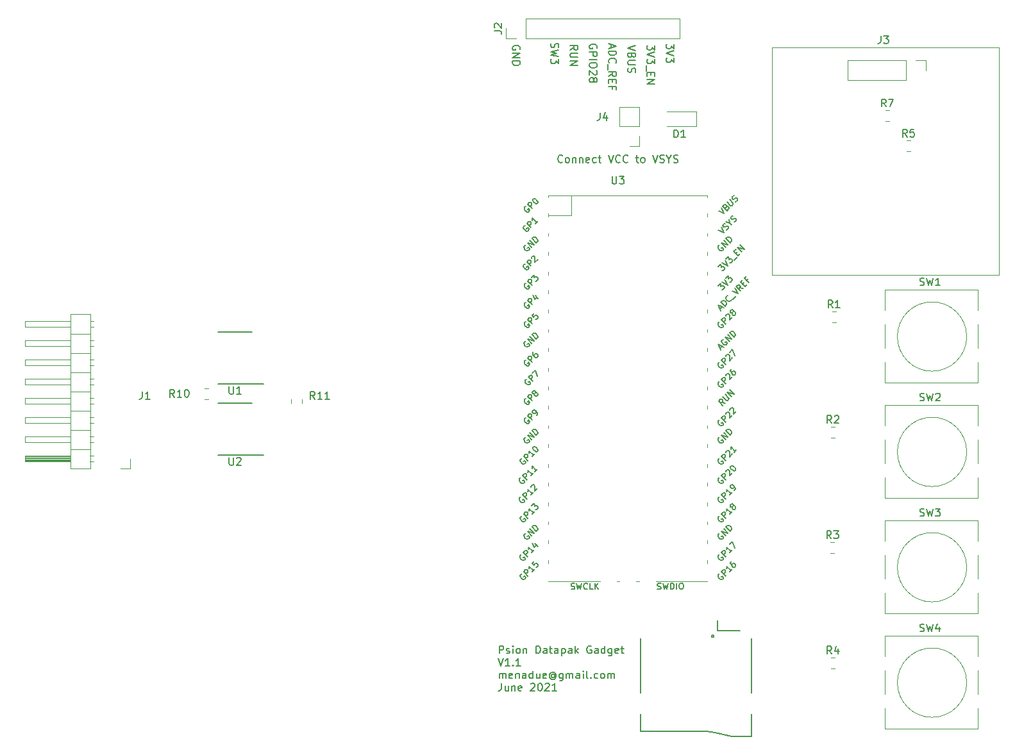
<source format=gbr>
G04 #@! TF.GenerationSoftware,KiCad,Pcbnew,5.1.5+dfsg1-2build2*
G04 #@! TF.CreationDate,2021-06-11T08:21:22+01:00*
G04 #@! TF.ProjectId,pak_breakout,70616b5f-6272-4656-916b-6f75742e6b69,rev?*
G04 #@! TF.SameCoordinates,Original*
G04 #@! TF.FileFunction,Legend,Top*
G04 #@! TF.FilePolarity,Positive*
%FSLAX46Y46*%
G04 Gerber Fmt 4.6, Leading zero omitted, Abs format (unit mm)*
G04 Created by KiCad (PCBNEW 5.1.5+dfsg1-2build2) date 2021-06-11 08:21:22*
%MOMM*%
%LPD*%
G04 APERTURE LIST*
%ADD10C,0.150000*%
%ADD11C,0.120000*%
G04 APERTURE END LIST*
D10*
X396533619Y-190698761D02*
X396533619Y-191317809D01*
X396152666Y-190984476D01*
X396152666Y-191127333D01*
X396105047Y-191222571D01*
X396057428Y-191270190D01*
X395962190Y-191317809D01*
X395724095Y-191317809D01*
X395628857Y-191270190D01*
X395581238Y-191222571D01*
X395533619Y-191127333D01*
X395533619Y-190841619D01*
X395581238Y-190746380D01*
X395628857Y-190698761D01*
X396533619Y-191603523D02*
X395533619Y-191936857D01*
X396533619Y-192270190D01*
X396533619Y-192508285D02*
X396533619Y-193127333D01*
X396152666Y-192794000D01*
X396152666Y-192936857D01*
X396105047Y-193032095D01*
X396057428Y-193079714D01*
X395962190Y-193127333D01*
X395724095Y-193127333D01*
X395628857Y-193079714D01*
X395581238Y-193032095D01*
X395533619Y-192936857D01*
X395533619Y-192651142D01*
X395581238Y-192555904D01*
X395628857Y-192508285D01*
X395438380Y-193317809D02*
X395438380Y-194079714D01*
X396057428Y-194317809D02*
X396057428Y-194651142D01*
X395533619Y-194794000D02*
X395533619Y-194317809D01*
X396533619Y-194317809D01*
X396533619Y-194794000D01*
X395533619Y-195222571D02*
X396533619Y-195222571D01*
X395533619Y-195794000D01*
X396533619Y-195794000D01*
X393993619Y-190698666D02*
X392993619Y-191032000D01*
X393993619Y-191365333D01*
X393517428Y-192032000D02*
X393469809Y-192174857D01*
X393422190Y-192222476D01*
X393326952Y-192270095D01*
X393184095Y-192270095D01*
X393088857Y-192222476D01*
X393041238Y-192174857D01*
X392993619Y-192079619D01*
X392993619Y-191698666D01*
X393993619Y-191698666D01*
X393993619Y-192032000D01*
X393946000Y-192127238D01*
X393898380Y-192174857D01*
X393803142Y-192222476D01*
X393707904Y-192222476D01*
X393612666Y-192174857D01*
X393565047Y-192127238D01*
X393517428Y-192032000D01*
X393517428Y-191698666D01*
X393993619Y-192698666D02*
X393184095Y-192698666D01*
X393088857Y-192746285D01*
X393041238Y-192793904D01*
X392993619Y-192889142D01*
X392993619Y-193079619D01*
X393041238Y-193174857D01*
X393088857Y-193222476D01*
X393184095Y-193270095D01*
X393993619Y-193270095D01*
X393041238Y-193698666D02*
X392993619Y-193841523D01*
X392993619Y-194079619D01*
X393041238Y-194174857D01*
X393088857Y-194222476D01*
X393184095Y-194270095D01*
X393279333Y-194270095D01*
X393374571Y-194222476D01*
X393422190Y-194174857D01*
X393469809Y-194079619D01*
X393517428Y-193889142D01*
X393565047Y-193793904D01*
X393612666Y-193746285D01*
X393707904Y-193698666D01*
X393803142Y-193698666D01*
X393898380Y-193746285D01*
X393946000Y-193793904D01*
X393993619Y-193889142D01*
X393993619Y-194127238D01*
X393946000Y-194270095D01*
X390739333Y-190548000D02*
X390739333Y-191024190D01*
X390453619Y-190452761D02*
X391453619Y-190786095D01*
X390453619Y-191119428D01*
X390453619Y-191452761D02*
X391453619Y-191452761D01*
X391453619Y-191690857D01*
X391406000Y-191833714D01*
X391310761Y-191928952D01*
X391215523Y-191976571D01*
X391025047Y-192024190D01*
X390882190Y-192024190D01*
X390691714Y-191976571D01*
X390596476Y-191928952D01*
X390501238Y-191833714D01*
X390453619Y-191690857D01*
X390453619Y-191452761D01*
X390548857Y-193024190D02*
X390501238Y-192976571D01*
X390453619Y-192833714D01*
X390453619Y-192738476D01*
X390501238Y-192595619D01*
X390596476Y-192500380D01*
X390691714Y-192452761D01*
X390882190Y-192405142D01*
X391025047Y-192405142D01*
X391215523Y-192452761D01*
X391310761Y-192500380D01*
X391406000Y-192595619D01*
X391453619Y-192738476D01*
X391453619Y-192833714D01*
X391406000Y-192976571D01*
X391358380Y-193024190D01*
X390358380Y-193214666D02*
X390358380Y-193976571D01*
X390453619Y-194786095D02*
X390929809Y-194452761D01*
X390453619Y-194214666D02*
X391453619Y-194214666D01*
X391453619Y-194595619D01*
X391406000Y-194690857D01*
X391358380Y-194738476D01*
X391263142Y-194786095D01*
X391120285Y-194786095D01*
X391025047Y-194738476D01*
X390977428Y-194690857D01*
X390929809Y-194595619D01*
X390929809Y-194214666D01*
X390977428Y-195214666D02*
X390977428Y-195548000D01*
X390453619Y-195690857D02*
X390453619Y-195214666D01*
X391453619Y-195214666D01*
X391453619Y-195690857D01*
X390977428Y-196452761D02*
X390977428Y-196119428D01*
X390453619Y-196119428D02*
X391453619Y-196119428D01*
X391453619Y-196595619D01*
X388866000Y-191087619D02*
X388913619Y-190992380D01*
X388913619Y-190849523D01*
X388866000Y-190706666D01*
X388770761Y-190611428D01*
X388675523Y-190563809D01*
X388485047Y-190516190D01*
X388342190Y-190516190D01*
X388151714Y-190563809D01*
X388056476Y-190611428D01*
X387961238Y-190706666D01*
X387913619Y-190849523D01*
X387913619Y-190944761D01*
X387961238Y-191087619D01*
X388008857Y-191135238D01*
X388342190Y-191135238D01*
X388342190Y-190944761D01*
X387913619Y-191563809D02*
X388913619Y-191563809D01*
X388913619Y-191944761D01*
X388866000Y-192040000D01*
X388818380Y-192087619D01*
X388723142Y-192135238D01*
X388580285Y-192135238D01*
X388485047Y-192087619D01*
X388437428Y-192040000D01*
X388389809Y-191944761D01*
X388389809Y-191563809D01*
X387913619Y-192563809D02*
X388913619Y-192563809D01*
X388913619Y-193230476D02*
X388913619Y-193420952D01*
X388866000Y-193516190D01*
X388770761Y-193611428D01*
X388580285Y-193659047D01*
X388246952Y-193659047D01*
X388056476Y-193611428D01*
X387961238Y-193516190D01*
X387913619Y-193420952D01*
X387913619Y-193230476D01*
X387961238Y-193135238D01*
X388056476Y-193040000D01*
X388246952Y-192992380D01*
X388580285Y-192992380D01*
X388770761Y-193040000D01*
X388866000Y-193135238D01*
X388913619Y-193230476D01*
X388818380Y-194040000D02*
X388866000Y-194087619D01*
X388913619Y-194182857D01*
X388913619Y-194420952D01*
X388866000Y-194516190D01*
X388818380Y-194563809D01*
X388723142Y-194611428D01*
X388627904Y-194611428D01*
X388485047Y-194563809D01*
X387913619Y-193992380D01*
X387913619Y-194611428D01*
X388485047Y-195182857D02*
X388532666Y-195087619D01*
X388580285Y-195040000D01*
X388675523Y-194992380D01*
X388723142Y-194992380D01*
X388818380Y-195040000D01*
X388866000Y-195087619D01*
X388913619Y-195182857D01*
X388913619Y-195373333D01*
X388866000Y-195468571D01*
X388818380Y-195516190D01*
X388723142Y-195563809D01*
X388675523Y-195563809D01*
X388580285Y-195516190D01*
X388532666Y-195468571D01*
X388485047Y-195373333D01*
X388485047Y-195182857D01*
X388437428Y-195087619D01*
X388389809Y-195040000D01*
X388294571Y-194992380D01*
X388104095Y-194992380D01*
X388008857Y-195040000D01*
X387961238Y-195087619D01*
X387913619Y-195182857D01*
X387913619Y-195373333D01*
X387961238Y-195468571D01*
X388008857Y-195516190D01*
X388104095Y-195563809D01*
X388294571Y-195563809D01*
X388389809Y-195516190D01*
X388437428Y-195468571D01*
X388485047Y-195373333D01*
X385373619Y-191285904D02*
X385849809Y-190952571D01*
X385373619Y-190714476D02*
X386373619Y-190714476D01*
X386373619Y-191095428D01*
X386326000Y-191190666D01*
X386278380Y-191238285D01*
X386183142Y-191285904D01*
X386040285Y-191285904D01*
X385945047Y-191238285D01*
X385897428Y-191190666D01*
X385849809Y-191095428D01*
X385849809Y-190714476D01*
X386373619Y-191714476D02*
X385564095Y-191714476D01*
X385468857Y-191762095D01*
X385421238Y-191809714D01*
X385373619Y-191904952D01*
X385373619Y-192095428D01*
X385421238Y-192190666D01*
X385468857Y-192238285D01*
X385564095Y-192285904D01*
X386373619Y-192285904D01*
X385373619Y-192762095D02*
X386373619Y-192762095D01*
X385373619Y-193333523D01*
X386373619Y-193333523D01*
X399073619Y-190531904D02*
X399073619Y-191150952D01*
X398692666Y-190817619D01*
X398692666Y-190960476D01*
X398645047Y-191055714D01*
X398597428Y-191103333D01*
X398502190Y-191150952D01*
X398264095Y-191150952D01*
X398168857Y-191103333D01*
X398121238Y-191055714D01*
X398073619Y-190960476D01*
X398073619Y-190674761D01*
X398121238Y-190579523D01*
X398168857Y-190531904D01*
X399073619Y-191436666D02*
X398073619Y-191770000D01*
X399073619Y-192103333D01*
X399073619Y-192341428D02*
X399073619Y-192960476D01*
X398692666Y-192627142D01*
X398692666Y-192770000D01*
X398645047Y-192865238D01*
X398597428Y-192912857D01*
X398502190Y-192960476D01*
X398264095Y-192960476D01*
X398168857Y-192912857D01*
X398121238Y-192865238D01*
X398073619Y-192770000D01*
X398073619Y-192484285D01*
X398121238Y-192389047D01*
X398168857Y-192341428D01*
X382881238Y-190436666D02*
X382833619Y-190579523D01*
X382833619Y-190817619D01*
X382881238Y-190912857D01*
X382928857Y-190960476D01*
X383024095Y-191008095D01*
X383119333Y-191008095D01*
X383214571Y-190960476D01*
X383262190Y-190912857D01*
X383309809Y-190817619D01*
X383357428Y-190627142D01*
X383405047Y-190531904D01*
X383452666Y-190484285D01*
X383547904Y-190436666D01*
X383643142Y-190436666D01*
X383738380Y-190484285D01*
X383786000Y-190531904D01*
X383833619Y-190627142D01*
X383833619Y-190865238D01*
X383786000Y-191008095D01*
X383833619Y-191341428D02*
X382833619Y-191579523D01*
X383547904Y-191770000D01*
X382833619Y-191960476D01*
X383833619Y-192198571D01*
X383833619Y-192484285D02*
X383833619Y-193103333D01*
X383452666Y-192770000D01*
X383452666Y-192912857D01*
X383405047Y-193008095D01*
X383357428Y-193055714D01*
X383262190Y-193103333D01*
X383024095Y-193103333D01*
X382928857Y-193055714D01*
X382881238Y-193008095D01*
X382833619Y-192912857D01*
X382833619Y-192627142D01*
X382881238Y-192531904D01*
X382928857Y-192484285D01*
X378706000Y-191262095D02*
X378753619Y-191166857D01*
X378753619Y-191024000D01*
X378706000Y-190881142D01*
X378610761Y-190785904D01*
X378515523Y-190738285D01*
X378325047Y-190690666D01*
X378182190Y-190690666D01*
X377991714Y-190738285D01*
X377896476Y-190785904D01*
X377801238Y-190881142D01*
X377753619Y-191024000D01*
X377753619Y-191119238D01*
X377801238Y-191262095D01*
X377848857Y-191309714D01*
X378182190Y-191309714D01*
X378182190Y-191119238D01*
X377753619Y-191738285D02*
X378753619Y-191738285D01*
X377753619Y-192309714D01*
X378753619Y-192309714D01*
X377753619Y-192785904D02*
X378753619Y-192785904D01*
X378753619Y-193024000D01*
X378706000Y-193166857D01*
X378610761Y-193262095D01*
X378515523Y-193309714D01*
X378325047Y-193357333D01*
X378182190Y-193357333D01*
X377991714Y-193309714D01*
X377896476Y-193262095D01*
X377801238Y-193166857D01*
X377753619Y-193024000D01*
X377753619Y-192785904D01*
X384358476Y-206097142D02*
X384310857Y-206144761D01*
X384168000Y-206192380D01*
X384072761Y-206192380D01*
X383929904Y-206144761D01*
X383834666Y-206049523D01*
X383787047Y-205954285D01*
X383739428Y-205763809D01*
X383739428Y-205620952D01*
X383787047Y-205430476D01*
X383834666Y-205335238D01*
X383929904Y-205240000D01*
X384072761Y-205192380D01*
X384168000Y-205192380D01*
X384310857Y-205240000D01*
X384358476Y-205287619D01*
X384929904Y-206192380D02*
X384834666Y-206144761D01*
X384787047Y-206097142D01*
X384739428Y-206001904D01*
X384739428Y-205716190D01*
X384787047Y-205620952D01*
X384834666Y-205573333D01*
X384929904Y-205525714D01*
X385072761Y-205525714D01*
X385168000Y-205573333D01*
X385215619Y-205620952D01*
X385263238Y-205716190D01*
X385263238Y-206001904D01*
X385215619Y-206097142D01*
X385168000Y-206144761D01*
X385072761Y-206192380D01*
X384929904Y-206192380D01*
X385691809Y-205525714D02*
X385691809Y-206192380D01*
X385691809Y-205620952D02*
X385739428Y-205573333D01*
X385834666Y-205525714D01*
X385977523Y-205525714D01*
X386072761Y-205573333D01*
X386120380Y-205668571D01*
X386120380Y-206192380D01*
X386596571Y-205525714D02*
X386596571Y-206192380D01*
X386596571Y-205620952D02*
X386644190Y-205573333D01*
X386739428Y-205525714D01*
X386882285Y-205525714D01*
X386977523Y-205573333D01*
X387025142Y-205668571D01*
X387025142Y-206192380D01*
X387882285Y-206144761D02*
X387787047Y-206192380D01*
X387596571Y-206192380D01*
X387501333Y-206144761D01*
X387453714Y-206049523D01*
X387453714Y-205668571D01*
X387501333Y-205573333D01*
X387596571Y-205525714D01*
X387787047Y-205525714D01*
X387882285Y-205573333D01*
X387929904Y-205668571D01*
X387929904Y-205763809D01*
X387453714Y-205859047D01*
X388787047Y-206144761D02*
X388691809Y-206192380D01*
X388501333Y-206192380D01*
X388406095Y-206144761D01*
X388358476Y-206097142D01*
X388310857Y-206001904D01*
X388310857Y-205716190D01*
X388358476Y-205620952D01*
X388406095Y-205573333D01*
X388501333Y-205525714D01*
X388691809Y-205525714D01*
X388787047Y-205573333D01*
X389072761Y-205525714D02*
X389453714Y-205525714D01*
X389215619Y-205192380D02*
X389215619Y-206049523D01*
X389263238Y-206144761D01*
X389358476Y-206192380D01*
X389453714Y-206192380D01*
X390406095Y-205192380D02*
X390739428Y-206192380D01*
X391072761Y-205192380D01*
X391977523Y-206097142D02*
X391929904Y-206144761D01*
X391787047Y-206192380D01*
X391691809Y-206192380D01*
X391548952Y-206144761D01*
X391453714Y-206049523D01*
X391406095Y-205954285D01*
X391358476Y-205763809D01*
X391358476Y-205620952D01*
X391406095Y-205430476D01*
X391453714Y-205335238D01*
X391548952Y-205240000D01*
X391691809Y-205192380D01*
X391787047Y-205192380D01*
X391929904Y-205240000D01*
X391977523Y-205287619D01*
X392977523Y-206097142D02*
X392929904Y-206144761D01*
X392787047Y-206192380D01*
X392691809Y-206192380D01*
X392548952Y-206144761D01*
X392453714Y-206049523D01*
X392406095Y-205954285D01*
X392358476Y-205763809D01*
X392358476Y-205620952D01*
X392406095Y-205430476D01*
X392453714Y-205335238D01*
X392548952Y-205240000D01*
X392691809Y-205192380D01*
X392787047Y-205192380D01*
X392929904Y-205240000D01*
X392977523Y-205287619D01*
X394025142Y-205525714D02*
X394406095Y-205525714D01*
X394168000Y-205192380D02*
X394168000Y-206049523D01*
X394215619Y-206144761D01*
X394310857Y-206192380D01*
X394406095Y-206192380D01*
X394882285Y-206192380D02*
X394787047Y-206144761D01*
X394739428Y-206097142D01*
X394691809Y-206001904D01*
X394691809Y-205716190D01*
X394739428Y-205620952D01*
X394787047Y-205573333D01*
X394882285Y-205525714D01*
X395025142Y-205525714D01*
X395120380Y-205573333D01*
X395168000Y-205620952D01*
X395215619Y-205716190D01*
X395215619Y-206001904D01*
X395168000Y-206097142D01*
X395120380Y-206144761D01*
X395025142Y-206192380D01*
X394882285Y-206192380D01*
X396263238Y-205192380D02*
X396596571Y-206192380D01*
X396929904Y-205192380D01*
X397215619Y-206144761D02*
X397358476Y-206192380D01*
X397596571Y-206192380D01*
X397691809Y-206144761D01*
X397739428Y-206097142D01*
X397787047Y-206001904D01*
X397787047Y-205906666D01*
X397739428Y-205811428D01*
X397691809Y-205763809D01*
X397596571Y-205716190D01*
X397406095Y-205668571D01*
X397310857Y-205620952D01*
X397263238Y-205573333D01*
X397215619Y-205478095D01*
X397215619Y-205382857D01*
X397263238Y-205287619D01*
X397310857Y-205240000D01*
X397406095Y-205192380D01*
X397644190Y-205192380D01*
X397787047Y-205240000D01*
X398406095Y-205716190D02*
X398406095Y-206192380D01*
X398072761Y-205192380D02*
X398406095Y-205716190D01*
X398739428Y-205192380D01*
X399025142Y-206144761D02*
X399168000Y-206192380D01*
X399406095Y-206192380D01*
X399501333Y-206144761D01*
X399548952Y-206097142D01*
X399596571Y-206001904D01*
X399596571Y-205906666D01*
X399548952Y-205811428D01*
X399501333Y-205763809D01*
X399406095Y-205716190D01*
X399215619Y-205668571D01*
X399120380Y-205620952D01*
X399072761Y-205573333D01*
X399025142Y-205478095D01*
X399025142Y-205382857D01*
X399072761Y-205287619D01*
X399120380Y-205240000D01*
X399215619Y-205192380D01*
X399453714Y-205192380D01*
X399596571Y-205240000D01*
X376001595Y-271027380D02*
X376001595Y-270027380D01*
X376382547Y-270027380D01*
X376477785Y-270075000D01*
X376525404Y-270122619D01*
X376573023Y-270217857D01*
X376573023Y-270360714D01*
X376525404Y-270455952D01*
X376477785Y-270503571D01*
X376382547Y-270551190D01*
X376001595Y-270551190D01*
X376953976Y-270979761D02*
X377049214Y-271027380D01*
X377239690Y-271027380D01*
X377334928Y-270979761D01*
X377382547Y-270884523D01*
X377382547Y-270836904D01*
X377334928Y-270741666D01*
X377239690Y-270694047D01*
X377096833Y-270694047D01*
X377001595Y-270646428D01*
X376953976Y-270551190D01*
X376953976Y-270503571D01*
X377001595Y-270408333D01*
X377096833Y-270360714D01*
X377239690Y-270360714D01*
X377334928Y-270408333D01*
X377811119Y-271027380D02*
X377811119Y-270360714D01*
X377811119Y-270027380D02*
X377763500Y-270075000D01*
X377811119Y-270122619D01*
X377858738Y-270075000D01*
X377811119Y-270027380D01*
X377811119Y-270122619D01*
X378430166Y-271027380D02*
X378334928Y-270979761D01*
X378287309Y-270932142D01*
X378239690Y-270836904D01*
X378239690Y-270551190D01*
X378287309Y-270455952D01*
X378334928Y-270408333D01*
X378430166Y-270360714D01*
X378573023Y-270360714D01*
X378668261Y-270408333D01*
X378715880Y-270455952D01*
X378763500Y-270551190D01*
X378763500Y-270836904D01*
X378715880Y-270932142D01*
X378668261Y-270979761D01*
X378573023Y-271027380D01*
X378430166Y-271027380D01*
X379192071Y-270360714D02*
X379192071Y-271027380D01*
X379192071Y-270455952D02*
X379239690Y-270408333D01*
X379334928Y-270360714D01*
X379477785Y-270360714D01*
X379573023Y-270408333D01*
X379620642Y-270503571D01*
X379620642Y-271027380D01*
X380858738Y-271027380D02*
X380858738Y-270027380D01*
X381096833Y-270027380D01*
X381239690Y-270075000D01*
X381334928Y-270170238D01*
X381382547Y-270265476D01*
X381430166Y-270455952D01*
X381430166Y-270598809D01*
X381382547Y-270789285D01*
X381334928Y-270884523D01*
X381239690Y-270979761D01*
X381096833Y-271027380D01*
X380858738Y-271027380D01*
X382287309Y-271027380D02*
X382287309Y-270503571D01*
X382239690Y-270408333D01*
X382144452Y-270360714D01*
X381953976Y-270360714D01*
X381858738Y-270408333D01*
X382287309Y-270979761D02*
X382192071Y-271027380D01*
X381953976Y-271027380D01*
X381858738Y-270979761D01*
X381811119Y-270884523D01*
X381811119Y-270789285D01*
X381858738Y-270694047D01*
X381953976Y-270646428D01*
X382192071Y-270646428D01*
X382287309Y-270598809D01*
X382620642Y-270360714D02*
X383001595Y-270360714D01*
X382763500Y-270027380D02*
X382763500Y-270884523D01*
X382811119Y-270979761D01*
X382906357Y-271027380D01*
X383001595Y-271027380D01*
X383763500Y-271027380D02*
X383763500Y-270503571D01*
X383715880Y-270408333D01*
X383620642Y-270360714D01*
X383430166Y-270360714D01*
X383334928Y-270408333D01*
X383763500Y-270979761D02*
X383668261Y-271027380D01*
X383430166Y-271027380D01*
X383334928Y-270979761D01*
X383287309Y-270884523D01*
X383287309Y-270789285D01*
X383334928Y-270694047D01*
X383430166Y-270646428D01*
X383668261Y-270646428D01*
X383763500Y-270598809D01*
X384239690Y-270360714D02*
X384239690Y-271360714D01*
X384239690Y-270408333D02*
X384334928Y-270360714D01*
X384525404Y-270360714D01*
X384620642Y-270408333D01*
X384668261Y-270455952D01*
X384715880Y-270551190D01*
X384715880Y-270836904D01*
X384668261Y-270932142D01*
X384620642Y-270979761D01*
X384525404Y-271027380D01*
X384334928Y-271027380D01*
X384239690Y-270979761D01*
X385573023Y-271027380D02*
X385573023Y-270503571D01*
X385525404Y-270408333D01*
X385430166Y-270360714D01*
X385239690Y-270360714D01*
X385144452Y-270408333D01*
X385573023Y-270979761D02*
X385477785Y-271027380D01*
X385239690Y-271027380D01*
X385144452Y-270979761D01*
X385096833Y-270884523D01*
X385096833Y-270789285D01*
X385144452Y-270694047D01*
X385239690Y-270646428D01*
X385477785Y-270646428D01*
X385573023Y-270598809D01*
X386049214Y-271027380D02*
X386049214Y-270027380D01*
X386144452Y-270646428D02*
X386430166Y-271027380D01*
X386430166Y-270360714D02*
X386049214Y-270741666D01*
X388144452Y-270075000D02*
X388049214Y-270027380D01*
X387906357Y-270027380D01*
X387763500Y-270075000D01*
X387668261Y-270170238D01*
X387620642Y-270265476D01*
X387573023Y-270455952D01*
X387573023Y-270598809D01*
X387620642Y-270789285D01*
X387668261Y-270884523D01*
X387763500Y-270979761D01*
X387906357Y-271027380D01*
X388001595Y-271027380D01*
X388144452Y-270979761D01*
X388192071Y-270932142D01*
X388192071Y-270598809D01*
X388001595Y-270598809D01*
X389049214Y-271027380D02*
X389049214Y-270503571D01*
X389001595Y-270408333D01*
X388906357Y-270360714D01*
X388715880Y-270360714D01*
X388620642Y-270408333D01*
X389049214Y-270979761D02*
X388953976Y-271027380D01*
X388715880Y-271027380D01*
X388620642Y-270979761D01*
X388573023Y-270884523D01*
X388573023Y-270789285D01*
X388620642Y-270694047D01*
X388715880Y-270646428D01*
X388953976Y-270646428D01*
X389049214Y-270598809D01*
X389953976Y-271027380D02*
X389953976Y-270027380D01*
X389953976Y-270979761D02*
X389858738Y-271027380D01*
X389668261Y-271027380D01*
X389573023Y-270979761D01*
X389525404Y-270932142D01*
X389477785Y-270836904D01*
X389477785Y-270551190D01*
X389525404Y-270455952D01*
X389573023Y-270408333D01*
X389668261Y-270360714D01*
X389858738Y-270360714D01*
X389953976Y-270408333D01*
X390858738Y-270360714D02*
X390858738Y-271170238D01*
X390811119Y-271265476D01*
X390763500Y-271313095D01*
X390668261Y-271360714D01*
X390525404Y-271360714D01*
X390430166Y-271313095D01*
X390858738Y-270979761D02*
X390763500Y-271027380D01*
X390573023Y-271027380D01*
X390477785Y-270979761D01*
X390430166Y-270932142D01*
X390382547Y-270836904D01*
X390382547Y-270551190D01*
X390430166Y-270455952D01*
X390477785Y-270408333D01*
X390573023Y-270360714D01*
X390763500Y-270360714D01*
X390858738Y-270408333D01*
X391715880Y-270979761D02*
X391620642Y-271027380D01*
X391430166Y-271027380D01*
X391334928Y-270979761D01*
X391287309Y-270884523D01*
X391287309Y-270503571D01*
X391334928Y-270408333D01*
X391430166Y-270360714D01*
X391620642Y-270360714D01*
X391715880Y-270408333D01*
X391763500Y-270503571D01*
X391763500Y-270598809D01*
X391287309Y-270694047D01*
X392049214Y-270360714D02*
X392430166Y-270360714D01*
X392192071Y-270027380D02*
X392192071Y-270884523D01*
X392239690Y-270979761D01*
X392334928Y-271027380D01*
X392430166Y-271027380D01*
X375858738Y-271677380D02*
X376192071Y-272677380D01*
X376525404Y-271677380D01*
X377382547Y-272677380D02*
X376811119Y-272677380D01*
X377096833Y-272677380D02*
X377096833Y-271677380D01*
X377001595Y-271820238D01*
X376906357Y-271915476D01*
X376811119Y-271963095D01*
X377811119Y-272582142D02*
X377858738Y-272629761D01*
X377811119Y-272677380D01*
X377763500Y-272629761D01*
X377811119Y-272582142D01*
X377811119Y-272677380D01*
X378811119Y-272677380D02*
X378239690Y-272677380D01*
X378525404Y-272677380D02*
X378525404Y-271677380D01*
X378430166Y-271820238D01*
X378334928Y-271915476D01*
X378239690Y-271963095D01*
X376001595Y-274327380D02*
X376001595Y-273660714D01*
X376001595Y-273755952D02*
X376049214Y-273708333D01*
X376144452Y-273660714D01*
X376287309Y-273660714D01*
X376382547Y-273708333D01*
X376430166Y-273803571D01*
X376430166Y-274327380D01*
X376430166Y-273803571D02*
X376477785Y-273708333D01*
X376573023Y-273660714D01*
X376715880Y-273660714D01*
X376811119Y-273708333D01*
X376858738Y-273803571D01*
X376858738Y-274327380D01*
X377715880Y-274279761D02*
X377620642Y-274327380D01*
X377430166Y-274327380D01*
X377334928Y-274279761D01*
X377287309Y-274184523D01*
X377287309Y-273803571D01*
X377334928Y-273708333D01*
X377430166Y-273660714D01*
X377620642Y-273660714D01*
X377715880Y-273708333D01*
X377763500Y-273803571D01*
X377763500Y-273898809D01*
X377287309Y-273994047D01*
X378192071Y-273660714D02*
X378192071Y-274327380D01*
X378192071Y-273755952D02*
X378239690Y-273708333D01*
X378334928Y-273660714D01*
X378477785Y-273660714D01*
X378573023Y-273708333D01*
X378620642Y-273803571D01*
X378620642Y-274327380D01*
X379525404Y-274327380D02*
X379525404Y-273803571D01*
X379477785Y-273708333D01*
X379382547Y-273660714D01*
X379192071Y-273660714D01*
X379096833Y-273708333D01*
X379525404Y-274279761D02*
X379430166Y-274327380D01*
X379192071Y-274327380D01*
X379096833Y-274279761D01*
X379049214Y-274184523D01*
X379049214Y-274089285D01*
X379096833Y-273994047D01*
X379192071Y-273946428D01*
X379430166Y-273946428D01*
X379525404Y-273898809D01*
X380430166Y-274327380D02*
X380430166Y-273327380D01*
X380430166Y-274279761D02*
X380334928Y-274327380D01*
X380144452Y-274327380D01*
X380049214Y-274279761D01*
X380001595Y-274232142D01*
X379953976Y-274136904D01*
X379953976Y-273851190D01*
X380001595Y-273755952D01*
X380049214Y-273708333D01*
X380144452Y-273660714D01*
X380334928Y-273660714D01*
X380430166Y-273708333D01*
X381334928Y-273660714D02*
X381334928Y-274327380D01*
X380906357Y-273660714D02*
X380906357Y-274184523D01*
X380953976Y-274279761D01*
X381049214Y-274327380D01*
X381192071Y-274327380D01*
X381287309Y-274279761D01*
X381334928Y-274232142D01*
X382192071Y-274279761D02*
X382096833Y-274327380D01*
X381906357Y-274327380D01*
X381811119Y-274279761D01*
X381763500Y-274184523D01*
X381763500Y-273803571D01*
X381811119Y-273708333D01*
X381906357Y-273660714D01*
X382096833Y-273660714D01*
X382192071Y-273708333D01*
X382239690Y-273803571D01*
X382239690Y-273898809D01*
X381763500Y-273994047D01*
X383287309Y-273851190D02*
X383239690Y-273803571D01*
X383144452Y-273755952D01*
X383049214Y-273755952D01*
X382953976Y-273803571D01*
X382906357Y-273851190D01*
X382858738Y-273946428D01*
X382858738Y-274041666D01*
X382906357Y-274136904D01*
X382953976Y-274184523D01*
X383049214Y-274232142D01*
X383144452Y-274232142D01*
X383239690Y-274184523D01*
X383287309Y-274136904D01*
X383287309Y-273755952D02*
X383287309Y-274136904D01*
X383334928Y-274184523D01*
X383382547Y-274184523D01*
X383477785Y-274136904D01*
X383525404Y-274041666D01*
X383525404Y-273803571D01*
X383430166Y-273660714D01*
X383287309Y-273565476D01*
X383096833Y-273517857D01*
X382906357Y-273565476D01*
X382763500Y-273660714D01*
X382668261Y-273803571D01*
X382620642Y-273994047D01*
X382668261Y-274184523D01*
X382763500Y-274327380D01*
X382906357Y-274422619D01*
X383096833Y-274470238D01*
X383287309Y-274422619D01*
X383430166Y-274327380D01*
X384382547Y-273660714D02*
X384382547Y-274470238D01*
X384334928Y-274565476D01*
X384287309Y-274613095D01*
X384192071Y-274660714D01*
X384049214Y-274660714D01*
X383953976Y-274613095D01*
X384382547Y-274279761D02*
X384287309Y-274327380D01*
X384096833Y-274327380D01*
X384001595Y-274279761D01*
X383953976Y-274232142D01*
X383906357Y-274136904D01*
X383906357Y-273851190D01*
X383953976Y-273755952D01*
X384001595Y-273708333D01*
X384096833Y-273660714D01*
X384287309Y-273660714D01*
X384382547Y-273708333D01*
X384858738Y-274327380D02*
X384858738Y-273660714D01*
X384858738Y-273755952D02*
X384906357Y-273708333D01*
X385001595Y-273660714D01*
X385144452Y-273660714D01*
X385239690Y-273708333D01*
X385287309Y-273803571D01*
X385287309Y-274327380D01*
X385287309Y-273803571D02*
X385334928Y-273708333D01*
X385430166Y-273660714D01*
X385573023Y-273660714D01*
X385668261Y-273708333D01*
X385715880Y-273803571D01*
X385715880Y-274327380D01*
X386620642Y-274327380D02*
X386620642Y-273803571D01*
X386573023Y-273708333D01*
X386477785Y-273660714D01*
X386287309Y-273660714D01*
X386192071Y-273708333D01*
X386620642Y-274279761D02*
X386525404Y-274327380D01*
X386287309Y-274327380D01*
X386192071Y-274279761D01*
X386144452Y-274184523D01*
X386144452Y-274089285D01*
X386192071Y-273994047D01*
X386287309Y-273946428D01*
X386525404Y-273946428D01*
X386620642Y-273898809D01*
X387096833Y-274327380D02*
X387096833Y-273660714D01*
X387096833Y-273327380D02*
X387049214Y-273375000D01*
X387096833Y-273422619D01*
X387144452Y-273375000D01*
X387096833Y-273327380D01*
X387096833Y-273422619D01*
X387715880Y-274327380D02*
X387620642Y-274279761D01*
X387573023Y-274184523D01*
X387573023Y-273327380D01*
X388096833Y-274232142D02*
X388144452Y-274279761D01*
X388096833Y-274327380D01*
X388049214Y-274279761D01*
X388096833Y-274232142D01*
X388096833Y-274327380D01*
X389001595Y-274279761D02*
X388906357Y-274327380D01*
X388715880Y-274327380D01*
X388620642Y-274279761D01*
X388573023Y-274232142D01*
X388525404Y-274136904D01*
X388525404Y-273851190D01*
X388573023Y-273755952D01*
X388620642Y-273708333D01*
X388715880Y-273660714D01*
X388906357Y-273660714D01*
X389001595Y-273708333D01*
X389573023Y-274327380D02*
X389477785Y-274279761D01*
X389430166Y-274232142D01*
X389382547Y-274136904D01*
X389382547Y-273851190D01*
X389430166Y-273755952D01*
X389477785Y-273708333D01*
X389573023Y-273660714D01*
X389715880Y-273660714D01*
X389811119Y-273708333D01*
X389858738Y-273755952D01*
X389906357Y-273851190D01*
X389906357Y-274136904D01*
X389858738Y-274232142D01*
X389811119Y-274279761D01*
X389715880Y-274327380D01*
X389573023Y-274327380D01*
X390334928Y-274327380D02*
X390334928Y-273660714D01*
X390334928Y-273755952D02*
X390382547Y-273708333D01*
X390477785Y-273660714D01*
X390620642Y-273660714D01*
X390715880Y-273708333D01*
X390763500Y-273803571D01*
X390763500Y-274327380D01*
X390763500Y-273803571D02*
X390811119Y-273708333D01*
X390906357Y-273660714D01*
X391049214Y-273660714D01*
X391144452Y-273708333D01*
X391192071Y-273803571D01*
X391192071Y-274327380D01*
X376287309Y-274977380D02*
X376287309Y-275691666D01*
X376239690Y-275834523D01*
X376144452Y-275929761D01*
X376001595Y-275977380D01*
X375906357Y-275977380D01*
X377192071Y-275310714D02*
X377192071Y-275977380D01*
X376763500Y-275310714D02*
X376763500Y-275834523D01*
X376811119Y-275929761D01*
X376906357Y-275977380D01*
X377049214Y-275977380D01*
X377144452Y-275929761D01*
X377192071Y-275882142D01*
X377668261Y-275310714D02*
X377668261Y-275977380D01*
X377668261Y-275405952D02*
X377715880Y-275358333D01*
X377811119Y-275310714D01*
X377953976Y-275310714D01*
X378049214Y-275358333D01*
X378096833Y-275453571D01*
X378096833Y-275977380D01*
X378953976Y-275929761D02*
X378858738Y-275977380D01*
X378668261Y-275977380D01*
X378573023Y-275929761D01*
X378525404Y-275834523D01*
X378525404Y-275453571D01*
X378573023Y-275358333D01*
X378668261Y-275310714D01*
X378858738Y-275310714D01*
X378953976Y-275358333D01*
X379001595Y-275453571D01*
X379001595Y-275548809D01*
X378525404Y-275644047D01*
X380144452Y-275072619D02*
X380192071Y-275025000D01*
X380287309Y-274977380D01*
X380525404Y-274977380D01*
X380620642Y-275025000D01*
X380668261Y-275072619D01*
X380715880Y-275167857D01*
X380715880Y-275263095D01*
X380668261Y-275405952D01*
X380096833Y-275977380D01*
X380715880Y-275977380D01*
X381334928Y-274977380D02*
X381430166Y-274977380D01*
X381525404Y-275025000D01*
X381573023Y-275072619D01*
X381620642Y-275167857D01*
X381668261Y-275358333D01*
X381668261Y-275596428D01*
X381620642Y-275786904D01*
X381573023Y-275882142D01*
X381525404Y-275929761D01*
X381430166Y-275977380D01*
X381334928Y-275977380D01*
X381239690Y-275929761D01*
X381192071Y-275882142D01*
X381144452Y-275786904D01*
X381096833Y-275596428D01*
X381096833Y-275358333D01*
X381144452Y-275167857D01*
X381192071Y-275072619D01*
X381239690Y-275025000D01*
X381334928Y-274977380D01*
X382049214Y-275072619D02*
X382096833Y-275025000D01*
X382192071Y-274977380D01*
X382430166Y-274977380D01*
X382525404Y-275025000D01*
X382573023Y-275072619D01*
X382620642Y-275167857D01*
X382620642Y-275263095D01*
X382573023Y-275405952D01*
X382001595Y-275977380D01*
X382620642Y-275977380D01*
X383573023Y-275977380D02*
X383001595Y-275977380D01*
X383287309Y-275977380D02*
X383287309Y-274977380D01*
X383192071Y-275120238D01*
X383096833Y-275215476D01*
X383001595Y-275263095D01*
D11*
X412000000Y-191000000D02*
X427000000Y-191000000D01*
X412000000Y-221000000D02*
X412000000Y-191000000D01*
X442000000Y-221000000D02*
X412000000Y-221000000D01*
X442000000Y-191000000D02*
X442000000Y-221000000D01*
X427000000Y-191000000D02*
X442000000Y-191000000D01*
X376876000Y-189798000D02*
X376876000Y-188468000D01*
X378206000Y-189798000D02*
X376876000Y-189798000D01*
X379476000Y-189798000D02*
X379476000Y-187138000D01*
X379476000Y-187138000D02*
X399856000Y-187138000D01*
X379476000Y-189798000D02*
X399856000Y-189798000D01*
X399856000Y-189798000D02*
X399856000Y-187138000D01*
D10*
X344850000Y-244850000D02*
X338875000Y-244850000D01*
X343325000Y-237950000D02*
X338875000Y-237950000D01*
X344850000Y-235450000D02*
X338875000Y-235450000D01*
X343325000Y-228550000D02*
X338875000Y-228550000D01*
D11*
X348540000Y-237485422D02*
X348540000Y-238002578D01*
X349960000Y-237485422D02*
X349960000Y-238002578D01*
X337053422Y-237438000D02*
X337570578Y-237438000D01*
X337053422Y-236018000D02*
X337570578Y-236018000D01*
X439200000Y-238220000D02*
X439200000Y-240940000D01*
X439200000Y-247800000D02*
X439200000Y-250520000D01*
X426900000Y-245940000D02*
X426900000Y-242800000D01*
X426900000Y-250520000D02*
X426900000Y-247800000D01*
X437729050Y-244410000D02*
G75*
G03X437729050Y-244410000I-4579050J0D01*
G01*
X426900000Y-240940000D02*
X426900000Y-238220000D01*
X439200000Y-250520000D02*
X426900000Y-250520000D01*
X439200000Y-242800000D02*
X439200000Y-245940000D01*
X426900000Y-238220000D02*
X439200000Y-238220000D01*
X394522000Y-204022000D02*
X393192000Y-204022000D01*
X394522000Y-202692000D02*
X394522000Y-204022000D01*
X394522000Y-201422000D02*
X391862000Y-201422000D01*
X391862000Y-201422000D02*
X391862000Y-198822000D01*
X394522000Y-201422000D02*
X394522000Y-198822000D01*
X394522000Y-198822000D02*
X391862000Y-198822000D01*
X402046000Y-201406000D02*
X398146000Y-201406000D01*
X402046000Y-199406000D02*
X398146000Y-199406000D01*
X402046000Y-201406000D02*
X402046000Y-199406000D01*
X327270000Y-246570000D02*
X326000000Y-246570000D01*
X327270000Y-245300000D02*
X327270000Y-246570000D01*
X321962929Y-245680000D02*
X322417071Y-245680000D01*
X321962929Y-244920000D02*
X322417071Y-244920000D01*
X322417071Y-227140000D02*
X322020000Y-227140000D01*
X322417071Y-227900000D02*
X322020000Y-227900000D01*
X313360000Y-227140000D02*
X319360000Y-227140000D01*
X313360000Y-227900000D02*
X313360000Y-227140000D01*
X319360000Y-227900000D02*
X313360000Y-227900000D01*
X322020000Y-228790000D02*
X319360000Y-228790000D01*
X321962929Y-243140000D02*
X322417071Y-243140000D01*
X321962929Y-242380000D02*
X322417071Y-242380000D01*
X322417071Y-229680000D02*
X322020000Y-229680000D01*
X322417071Y-230440000D02*
X322020000Y-230440000D01*
X313360000Y-229680000D02*
X319360000Y-229680000D01*
X313360000Y-230440000D02*
X313360000Y-229680000D01*
X319360000Y-230440000D02*
X313360000Y-230440000D01*
X322020000Y-231330000D02*
X319360000Y-231330000D01*
X321962929Y-240600000D02*
X322417071Y-240600000D01*
X321962929Y-239840000D02*
X322417071Y-239840000D01*
X322417071Y-232220000D02*
X322020000Y-232220000D01*
X322417071Y-232980000D02*
X322020000Y-232980000D01*
X313360000Y-232220000D02*
X319360000Y-232220000D01*
X313360000Y-232980000D02*
X313360000Y-232220000D01*
X319360000Y-232980000D02*
X313360000Y-232980000D01*
X322020000Y-233870000D02*
X319360000Y-233870000D01*
X321962929Y-238060000D02*
X322417071Y-238060000D01*
X321962929Y-237300000D02*
X322417071Y-237300000D01*
X322417071Y-234760000D02*
X322020000Y-234760000D01*
X322417071Y-235520000D02*
X322020000Y-235520000D01*
X313360000Y-234760000D02*
X319360000Y-234760000D01*
X313360000Y-235520000D02*
X313360000Y-234760000D01*
X319360000Y-235520000D02*
X313360000Y-235520000D01*
X322020000Y-236410000D02*
X319360000Y-236410000D01*
X321962929Y-235520000D02*
X322417071Y-235520000D01*
X321962929Y-234760000D02*
X322417071Y-234760000D01*
X322417071Y-237300000D02*
X322020000Y-237300000D01*
X322417071Y-238060000D02*
X322020000Y-238060000D01*
X313360000Y-237300000D02*
X319360000Y-237300000D01*
X313360000Y-238060000D02*
X313360000Y-237300000D01*
X319360000Y-238060000D02*
X313360000Y-238060000D01*
X322020000Y-238950000D02*
X319360000Y-238950000D01*
X321962929Y-232980000D02*
X322417071Y-232980000D01*
X321962929Y-232220000D02*
X322417071Y-232220000D01*
X322417071Y-239840000D02*
X322020000Y-239840000D01*
X322417071Y-240600000D02*
X322020000Y-240600000D01*
X313360000Y-239840000D02*
X319360000Y-239840000D01*
X313360000Y-240600000D02*
X313360000Y-239840000D01*
X319360000Y-240600000D02*
X313360000Y-240600000D01*
X322020000Y-241490000D02*
X319360000Y-241490000D01*
X321962929Y-230440000D02*
X322417071Y-230440000D01*
X321962929Y-229680000D02*
X322417071Y-229680000D01*
X322417071Y-242380000D02*
X322020000Y-242380000D01*
X322417071Y-243140000D02*
X322020000Y-243140000D01*
X313360000Y-242380000D02*
X319360000Y-242380000D01*
X313360000Y-243140000D02*
X313360000Y-242380000D01*
X319360000Y-243140000D02*
X313360000Y-243140000D01*
X322020000Y-244030000D02*
X319360000Y-244030000D01*
X322030000Y-227900000D02*
X322417071Y-227900000D01*
X322030000Y-227140000D02*
X322417071Y-227140000D01*
X322417071Y-244920000D02*
X322020000Y-244920000D01*
X322417071Y-245680000D02*
X322020000Y-245680000D01*
X319360000Y-245020000D02*
X313360000Y-245020000D01*
X319360000Y-245140000D02*
X313360000Y-245140000D01*
X319360000Y-245260000D02*
X313360000Y-245260000D01*
X319360000Y-245380000D02*
X313360000Y-245380000D01*
X319360000Y-245500000D02*
X313360000Y-245500000D01*
X319360000Y-245620000D02*
X313360000Y-245620000D01*
X313360000Y-244920000D02*
X319360000Y-244920000D01*
X313360000Y-245680000D02*
X313360000Y-244920000D01*
X319360000Y-245680000D02*
X313360000Y-245680000D01*
X319360000Y-246630000D02*
X322020000Y-246630000D01*
X319360000Y-226190000D02*
X319360000Y-246630000D01*
X322020000Y-226190000D02*
X319360000Y-226190000D01*
X322020000Y-246630000D02*
X322020000Y-226190000D01*
X382500000Y-210500000D02*
X403500000Y-210500000D01*
X389300000Y-261500000D02*
X382500000Y-261500000D01*
X382500000Y-213167000D02*
X385507000Y-213167000D01*
X385507000Y-213167000D02*
X385507000Y-210500000D01*
X382500000Y-210500000D02*
X382500000Y-210800000D01*
X382500000Y-212900000D02*
X382500000Y-213300000D01*
X382500000Y-215500000D02*
X382500000Y-215900000D01*
X382500000Y-218000000D02*
X382500000Y-218400000D01*
X382500000Y-220600000D02*
X382500000Y-221000000D01*
X382500000Y-223100000D02*
X382500000Y-223500000D01*
X382500000Y-225600000D02*
X382500000Y-226000000D01*
X382500000Y-228200000D02*
X382500000Y-228600000D01*
X382500000Y-230700000D02*
X382500000Y-231100000D01*
X382500000Y-233300000D02*
X382500000Y-233700000D01*
X382500000Y-235800000D02*
X382500000Y-236200000D01*
X382500000Y-238300000D02*
X382500000Y-238700000D01*
X382500000Y-240900000D02*
X382500000Y-241300000D01*
X382500000Y-243400000D02*
X382500000Y-243800000D01*
X382500000Y-246000000D02*
X382500000Y-246400000D01*
X382500000Y-248500000D02*
X382500000Y-248900000D01*
X382500000Y-251100000D02*
X382500000Y-251500000D01*
X382500000Y-253600000D02*
X382500000Y-254000000D01*
X382500000Y-256100000D02*
X382500000Y-256500000D01*
X382500000Y-258700000D02*
X382500000Y-259100000D01*
X403500000Y-225600000D02*
X403500000Y-226000000D01*
X403500000Y-230700000D02*
X403500000Y-231100000D01*
X403500000Y-238300000D02*
X403500000Y-238700000D01*
X403500000Y-246000000D02*
X403500000Y-246400000D01*
X403500000Y-215500000D02*
X403500000Y-215900000D01*
X403500000Y-212900000D02*
X403500000Y-213300000D01*
X403500000Y-220600000D02*
X403500000Y-221000000D01*
X403500000Y-253600000D02*
X403500000Y-254000000D01*
X403500000Y-258700000D02*
X403500000Y-259100000D01*
X403500000Y-256100000D02*
X403500000Y-256500000D01*
X403500000Y-240900000D02*
X403500000Y-241300000D01*
X403500000Y-235800000D02*
X403500000Y-236200000D01*
X403500000Y-223100000D02*
X403500000Y-223500000D01*
X403500000Y-228200000D02*
X403500000Y-228600000D01*
X403500000Y-248500000D02*
X403500000Y-248900000D01*
X403500000Y-233300000D02*
X403500000Y-233700000D01*
X403500000Y-210500000D02*
X403500000Y-210800000D01*
X403500000Y-218000000D02*
X403500000Y-218400000D01*
X403500000Y-243400000D02*
X403500000Y-243800000D01*
X403500000Y-251100000D02*
X403500000Y-251500000D01*
X403500000Y-261500000D02*
X396700000Y-261500000D01*
X391500000Y-261500000D02*
X391900000Y-261500000D01*
X394100000Y-261500000D02*
X394500000Y-261500000D01*
D10*
X394650000Y-281300000D02*
X402000000Y-281300000D01*
X402000000Y-281300000D02*
X403350000Y-281350000D01*
X403350000Y-281350000D02*
X404500000Y-281500000D01*
X404500000Y-281500000D02*
X405600000Y-281700000D01*
X405600000Y-281700000D02*
X406650000Y-282000000D01*
X404800000Y-268000000D02*
X404800000Y-266700000D01*
X394650000Y-276200000D02*
X394650000Y-269000000D01*
X394650000Y-279000000D02*
X394650000Y-281300000D01*
X406650000Y-282000000D02*
X409350000Y-282000000D01*
X409350000Y-282000000D02*
X409350000Y-279000000D01*
X409350000Y-269000000D02*
X409350000Y-276200000D01*
X404350000Y-268600000D02*
X404050000Y-268600000D01*
X404050000Y-268600000D02*
X404050000Y-268900000D01*
X404050000Y-268900000D02*
X404350000Y-268900000D01*
X404350000Y-268900000D02*
X404350000Y-268600000D01*
X404800000Y-268000000D02*
X407800000Y-268000000D01*
D11*
X439200000Y-268700000D02*
X439200000Y-271420000D01*
X439200000Y-278280000D02*
X439200000Y-281000000D01*
X426900000Y-276420000D02*
X426900000Y-273280000D01*
X426900000Y-281000000D02*
X426900000Y-278280000D01*
X437729050Y-274890000D02*
G75*
G03X437729050Y-274890000I-4579050J0D01*
G01*
X426900000Y-271420000D02*
X426900000Y-268700000D01*
X439200000Y-281000000D02*
X426900000Y-281000000D01*
X439200000Y-273280000D02*
X439200000Y-276420000D01*
X426900000Y-268700000D02*
X439200000Y-268700000D01*
X439200000Y-253460000D02*
X439200000Y-256180000D01*
X439200000Y-263040000D02*
X439200000Y-265760000D01*
X426900000Y-261180000D02*
X426900000Y-258040000D01*
X426900000Y-265760000D02*
X426900000Y-263040000D01*
X437729050Y-259650000D02*
G75*
G03X437729050Y-259650000I-4579050J0D01*
G01*
X426900000Y-256180000D02*
X426900000Y-253460000D01*
X439200000Y-265760000D02*
X426900000Y-265760000D01*
X439200000Y-258040000D02*
X439200000Y-261180000D01*
X426900000Y-253460000D02*
X439200000Y-253460000D01*
X439200000Y-222980000D02*
X439200000Y-225700000D01*
X439200000Y-232560000D02*
X439200000Y-235280000D01*
X426900000Y-230700000D02*
X426900000Y-227560000D01*
X426900000Y-235280000D02*
X426900000Y-232560000D01*
X437729050Y-229170000D02*
G75*
G03X437729050Y-229170000I-4579050J0D01*
G01*
X426900000Y-225700000D02*
X426900000Y-222980000D01*
X439200000Y-235280000D02*
X426900000Y-235280000D01*
X439200000Y-227560000D02*
X439200000Y-230700000D01*
X426900000Y-222980000D02*
X439200000Y-222980000D01*
X426969422Y-200710000D02*
X427486578Y-200710000D01*
X426969422Y-199290000D02*
X427486578Y-199290000D01*
X429763422Y-204710000D02*
X430280578Y-204710000D01*
X429763422Y-203290000D02*
X430280578Y-203290000D01*
X419803922Y-272998000D02*
X420321078Y-272998000D01*
X419803922Y-271578000D02*
X420321078Y-271578000D01*
X419741422Y-257758000D02*
X420258578Y-257758000D01*
X419741422Y-256338000D02*
X420258578Y-256338000D01*
X419803922Y-242518000D02*
X420321078Y-242518000D01*
X419803922Y-241098000D02*
X420321078Y-241098000D01*
X419935922Y-227278000D02*
X420453078Y-227278000D01*
X419935922Y-225858000D02*
X420453078Y-225858000D01*
X432330000Y-192670000D02*
X432330000Y-194000000D01*
X431000000Y-192670000D02*
X432330000Y-192670000D01*
X429730000Y-192670000D02*
X429730000Y-195330000D01*
X429730000Y-195330000D02*
X422050000Y-195330000D01*
X429730000Y-192670000D02*
X422050000Y-192670000D01*
X422050000Y-192670000D02*
X422050000Y-195330000D01*
D10*
X375328380Y-188801333D02*
X376042666Y-188801333D01*
X376185523Y-188848952D01*
X376280761Y-188944190D01*
X376328380Y-189087047D01*
X376328380Y-189182285D01*
X375423619Y-188372761D02*
X375376000Y-188325142D01*
X375328380Y-188229904D01*
X375328380Y-187991809D01*
X375376000Y-187896571D01*
X375423619Y-187848952D01*
X375518857Y-187801333D01*
X375614095Y-187801333D01*
X375756952Y-187848952D01*
X376328380Y-188420380D01*
X376328380Y-187801333D01*
X340338095Y-245152380D02*
X340338095Y-245961904D01*
X340385714Y-246057142D01*
X340433333Y-246104761D01*
X340528571Y-246152380D01*
X340719047Y-246152380D01*
X340814285Y-246104761D01*
X340861904Y-246057142D01*
X340909523Y-245961904D01*
X340909523Y-245152380D01*
X341338095Y-245247619D02*
X341385714Y-245200000D01*
X341480952Y-245152380D01*
X341719047Y-245152380D01*
X341814285Y-245200000D01*
X341861904Y-245247619D01*
X341909523Y-245342857D01*
X341909523Y-245438095D01*
X341861904Y-245580952D01*
X341290476Y-246152380D01*
X341909523Y-246152380D01*
X340338095Y-235752380D02*
X340338095Y-236561904D01*
X340385714Y-236657142D01*
X340433333Y-236704761D01*
X340528571Y-236752380D01*
X340719047Y-236752380D01*
X340814285Y-236704761D01*
X340861904Y-236657142D01*
X340909523Y-236561904D01*
X340909523Y-235752380D01*
X341909523Y-236752380D02*
X341338095Y-236752380D01*
X341623809Y-236752380D02*
X341623809Y-235752380D01*
X341528571Y-235895238D01*
X341433333Y-235990476D01*
X341338095Y-236038095D01*
X351655142Y-237434380D02*
X351321809Y-236958190D01*
X351083714Y-237434380D02*
X351083714Y-236434380D01*
X351464666Y-236434380D01*
X351559904Y-236482000D01*
X351607523Y-236529619D01*
X351655142Y-236624857D01*
X351655142Y-236767714D01*
X351607523Y-236862952D01*
X351559904Y-236910571D01*
X351464666Y-236958190D01*
X351083714Y-236958190D01*
X352607523Y-237434380D02*
X352036095Y-237434380D01*
X352321809Y-237434380D02*
X352321809Y-236434380D01*
X352226571Y-236577238D01*
X352131333Y-236672476D01*
X352036095Y-236720095D01*
X353559904Y-237434380D02*
X352988476Y-237434380D01*
X353274190Y-237434380D02*
X353274190Y-236434380D01*
X353178952Y-236577238D01*
X353083714Y-236672476D01*
X352988476Y-236720095D01*
X333113142Y-237180380D02*
X332779809Y-236704190D01*
X332541714Y-237180380D02*
X332541714Y-236180380D01*
X332922666Y-236180380D01*
X333017904Y-236228000D01*
X333065523Y-236275619D01*
X333113142Y-236370857D01*
X333113142Y-236513714D01*
X333065523Y-236608952D01*
X333017904Y-236656571D01*
X332922666Y-236704190D01*
X332541714Y-236704190D01*
X334065523Y-237180380D02*
X333494095Y-237180380D01*
X333779809Y-237180380D02*
X333779809Y-236180380D01*
X333684571Y-236323238D01*
X333589333Y-236418476D01*
X333494095Y-236466095D01*
X334684571Y-236180380D02*
X334779809Y-236180380D01*
X334875047Y-236228000D01*
X334922666Y-236275619D01*
X334970285Y-236370857D01*
X335017904Y-236561333D01*
X335017904Y-236799428D01*
X334970285Y-236989904D01*
X334922666Y-237085142D01*
X334875047Y-237132761D01*
X334779809Y-237180380D01*
X334684571Y-237180380D01*
X334589333Y-237132761D01*
X334541714Y-237085142D01*
X334494095Y-236989904D01*
X334446476Y-236799428D01*
X334446476Y-236561333D01*
X334494095Y-236370857D01*
X334541714Y-236275619D01*
X334589333Y-236228000D01*
X334684571Y-236180380D01*
X431546666Y-237614761D02*
X431689523Y-237662380D01*
X431927619Y-237662380D01*
X432022857Y-237614761D01*
X432070476Y-237567142D01*
X432118095Y-237471904D01*
X432118095Y-237376666D01*
X432070476Y-237281428D01*
X432022857Y-237233809D01*
X431927619Y-237186190D01*
X431737142Y-237138571D01*
X431641904Y-237090952D01*
X431594285Y-237043333D01*
X431546666Y-236948095D01*
X431546666Y-236852857D01*
X431594285Y-236757619D01*
X431641904Y-236710000D01*
X431737142Y-236662380D01*
X431975238Y-236662380D01*
X432118095Y-236710000D01*
X432451428Y-236662380D02*
X432689523Y-237662380D01*
X432880000Y-236948095D01*
X433070476Y-237662380D01*
X433308571Y-236662380D01*
X433641904Y-236757619D02*
X433689523Y-236710000D01*
X433784761Y-236662380D01*
X434022857Y-236662380D01*
X434118095Y-236710000D01*
X434165714Y-236757619D01*
X434213333Y-236852857D01*
X434213333Y-236948095D01*
X434165714Y-237090952D01*
X433594285Y-237662380D01*
X434213333Y-237662380D01*
X389302666Y-199604380D02*
X389302666Y-200318666D01*
X389255047Y-200461523D01*
X389159809Y-200556761D01*
X389016952Y-200604380D01*
X388921714Y-200604380D01*
X390207428Y-199937714D02*
X390207428Y-200604380D01*
X389969333Y-199556761D02*
X389731238Y-200271047D01*
X390350285Y-200271047D01*
X399057904Y-202858380D02*
X399057904Y-201858380D01*
X399296000Y-201858380D01*
X399438857Y-201906000D01*
X399534095Y-202001238D01*
X399581714Y-202096476D01*
X399629333Y-202286952D01*
X399629333Y-202429809D01*
X399581714Y-202620285D01*
X399534095Y-202715523D01*
X399438857Y-202810761D01*
X399296000Y-202858380D01*
X399057904Y-202858380D01*
X400581714Y-202858380D02*
X400010285Y-202858380D01*
X400296000Y-202858380D02*
X400296000Y-201858380D01*
X400200761Y-202001238D01*
X400105523Y-202096476D01*
X400010285Y-202144095D01*
X328850666Y-236434380D02*
X328850666Y-237148666D01*
X328803047Y-237291523D01*
X328707809Y-237386761D01*
X328564952Y-237434380D01*
X328469714Y-237434380D01*
X329850666Y-237434380D02*
X329279238Y-237434380D01*
X329564952Y-237434380D02*
X329564952Y-236434380D01*
X329469714Y-236577238D01*
X329374476Y-236672476D01*
X329279238Y-236720095D01*
X390906095Y-207986380D02*
X390906095Y-208795904D01*
X390953714Y-208891142D01*
X391001333Y-208938761D01*
X391096571Y-208986380D01*
X391287047Y-208986380D01*
X391382285Y-208938761D01*
X391429904Y-208891142D01*
X391477523Y-208795904D01*
X391477523Y-207986380D01*
X391858476Y-207986380D02*
X392477523Y-207986380D01*
X392144190Y-208367333D01*
X392287047Y-208367333D01*
X392382285Y-208414952D01*
X392429904Y-208462571D01*
X392477523Y-208557809D01*
X392477523Y-208795904D01*
X392429904Y-208891142D01*
X392382285Y-208938761D01*
X392287047Y-208986380D01*
X392001333Y-208986380D01*
X391906095Y-208938761D01*
X391858476Y-208891142D01*
X396904761Y-262523809D02*
X397019047Y-262561904D01*
X397209523Y-262561904D01*
X397285714Y-262523809D01*
X397323809Y-262485714D01*
X397361904Y-262409523D01*
X397361904Y-262333333D01*
X397323809Y-262257142D01*
X397285714Y-262219047D01*
X397209523Y-262180952D01*
X397057142Y-262142857D01*
X396980952Y-262104761D01*
X396942857Y-262066666D01*
X396904761Y-261990476D01*
X396904761Y-261914285D01*
X396942857Y-261838095D01*
X396980952Y-261800000D01*
X397057142Y-261761904D01*
X397247619Y-261761904D01*
X397361904Y-261800000D01*
X397628571Y-261761904D02*
X397819047Y-262561904D01*
X397971428Y-261990476D01*
X398123809Y-262561904D01*
X398314285Y-261761904D01*
X398619047Y-262561904D02*
X398619047Y-261761904D01*
X398809523Y-261761904D01*
X398923809Y-261800000D01*
X399000000Y-261876190D01*
X399038095Y-261952380D01*
X399076190Y-262104761D01*
X399076190Y-262219047D01*
X399038095Y-262371428D01*
X399000000Y-262447619D01*
X398923809Y-262523809D01*
X398809523Y-262561904D01*
X398619047Y-262561904D01*
X399419047Y-262561904D02*
X399419047Y-261761904D01*
X399952380Y-261761904D02*
X400104761Y-261761904D01*
X400180952Y-261800000D01*
X400257142Y-261876190D01*
X400295238Y-262028571D01*
X400295238Y-262295238D01*
X400257142Y-262447619D01*
X400180952Y-262523809D01*
X400104761Y-262561904D01*
X399952380Y-262561904D01*
X399876190Y-262523809D01*
X399800000Y-262447619D01*
X399761904Y-262295238D01*
X399761904Y-262028571D01*
X399800000Y-261876190D01*
X399876190Y-261800000D01*
X399952380Y-261761904D01*
X385490476Y-262523809D02*
X385604761Y-262561904D01*
X385795238Y-262561904D01*
X385871428Y-262523809D01*
X385909523Y-262485714D01*
X385947619Y-262409523D01*
X385947619Y-262333333D01*
X385909523Y-262257142D01*
X385871428Y-262219047D01*
X385795238Y-262180952D01*
X385642857Y-262142857D01*
X385566666Y-262104761D01*
X385528571Y-262066666D01*
X385490476Y-261990476D01*
X385490476Y-261914285D01*
X385528571Y-261838095D01*
X385566666Y-261800000D01*
X385642857Y-261761904D01*
X385833333Y-261761904D01*
X385947619Y-261800000D01*
X386214285Y-261761904D02*
X386404761Y-262561904D01*
X386557142Y-261990476D01*
X386709523Y-262561904D01*
X386900000Y-261761904D01*
X387661904Y-262485714D02*
X387623809Y-262523809D01*
X387509523Y-262561904D01*
X387433333Y-262561904D01*
X387319047Y-262523809D01*
X387242857Y-262447619D01*
X387204761Y-262371428D01*
X387166666Y-262219047D01*
X387166666Y-262104761D01*
X387204761Y-261952380D01*
X387242857Y-261876190D01*
X387319047Y-261800000D01*
X387433333Y-261761904D01*
X387509523Y-261761904D01*
X387623809Y-261800000D01*
X387661904Y-261838095D01*
X388385714Y-262561904D02*
X388004761Y-262561904D01*
X388004761Y-261761904D01*
X388652380Y-262561904D02*
X388652380Y-261761904D01*
X389109523Y-262561904D02*
X388766666Y-262104761D01*
X389109523Y-261761904D02*
X388652380Y-262219047D01*
X405151597Y-230740964D02*
X405420971Y-230471590D01*
X405259346Y-230956463D02*
X404882223Y-230202216D01*
X405636470Y-230579340D01*
X405582595Y-229555719D02*
X405501783Y-229582656D01*
X405420971Y-229663468D01*
X405367096Y-229771218D01*
X405367096Y-229878967D01*
X405394033Y-229959780D01*
X405474845Y-230094467D01*
X405555658Y-230175279D01*
X405690345Y-230256091D01*
X405771157Y-230283028D01*
X405878906Y-230283028D01*
X405986656Y-230229154D01*
X406040531Y-230175279D01*
X406094406Y-230067529D01*
X406094406Y-230013654D01*
X405905844Y-229825093D01*
X405798094Y-229932842D01*
X406390717Y-229825093D02*
X405825032Y-229259407D01*
X406713966Y-229501844D01*
X406148280Y-228936158D01*
X406983340Y-229232470D02*
X406417654Y-228666784D01*
X406552341Y-228532097D01*
X406660091Y-228478223D01*
X406767841Y-228478223D01*
X406848653Y-228505160D01*
X406983340Y-228585972D01*
X407064152Y-228666784D01*
X407144964Y-228801471D01*
X407171902Y-228882284D01*
X407171902Y-228990033D01*
X407118027Y-229097783D01*
X406983340Y-229232470D01*
X405086158Y-217098155D02*
X405005346Y-217125093D01*
X404924534Y-217205905D01*
X404870659Y-217313654D01*
X404870659Y-217421404D01*
X404897597Y-217502216D01*
X404978409Y-217636903D01*
X405059221Y-217717715D01*
X405193908Y-217798528D01*
X405274720Y-217825465D01*
X405382470Y-217825465D01*
X405490219Y-217771590D01*
X405544094Y-217717715D01*
X405597969Y-217609966D01*
X405597969Y-217556091D01*
X405409407Y-217367529D01*
X405301658Y-217475279D01*
X405894280Y-217367529D02*
X405328595Y-216801844D01*
X406217529Y-217044280D01*
X405651844Y-216478595D01*
X406486903Y-216774906D02*
X405921218Y-216209221D01*
X406055905Y-216074534D01*
X406163654Y-216020659D01*
X406271404Y-216020659D01*
X406352216Y-216047597D01*
X406486903Y-216128409D01*
X406567715Y-216209221D01*
X406648528Y-216343908D01*
X406675465Y-216424720D01*
X406675465Y-216532470D01*
X406621590Y-216640219D01*
X406486903Y-216774906D01*
X405086158Y-242498155D02*
X405005346Y-242525093D01*
X404924534Y-242605905D01*
X404870659Y-242713654D01*
X404870659Y-242821404D01*
X404897597Y-242902216D01*
X404978409Y-243036903D01*
X405059221Y-243117715D01*
X405193908Y-243198528D01*
X405274720Y-243225465D01*
X405382470Y-243225465D01*
X405490219Y-243171590D01*
X405544094Y-243117715D01*
X405597969Y-243009966D01*
X405597969Y-242956091D01*
X405409407Y-242767529D01*
X405301658Y-242875279D01*
X405894280Y-242767529D02*
X405328595Y-242201844D01*
X406217529Y-242444280D01*
X405651844Y-241878595D01*
X406486903Y-242174906D02*
X405921218Y-241609221D01*
X406055905Y-241474534D01*
X406163654Y-241420659D01*
X406271404Y-241420659D01*
X406352216Y-241447597D01*
X406486903Y-241528409D01*
X406567715Y-241609221D01*
X406648528Y-241743908D01*
X406675465Y-241824720D01*
X406675465Y-241932470D01*
X406621590Y-242040219D01*
X406486903Y-242174906D01*
X405086158Y-255198155D02*
X405005346Y-255225093D01*
X404924534Y-255305905D01*
X404870659Y-255413654D01*
X404870659Y-255521404D01*
X404897597Y-255602216D01*
X404978409Y-255736903D01*
X405059221Y-255817715D01*
X405193908Y-255898528D01*
X405274720Y-255925465D01*
X405382470Y-255925465D01*
X405490219Y-255871590D01*
X405544094Y-255817715D01*
X405597969Y-255709966D01*
X405597969Y-255656091D01*
X405409407Y-255467529D01*
X405301658Y-255575279D01*
X405894280Y-255467529D02*
X405328595Y-254901844D01*
X406217529Y-255144280D01*
X405651844Y-254578595D01*
X406486903Y-254874906D02*
X405921218Y-254309221D01*
X406055905Y-254174534D01*
X406163654Y-254120659D01*
X406271404Y-254120659D01*
X406352216Y-254147597D01*
X406486903Y-254228409D01*
X406567715Y-254309221D01*
X406648528Y-254443908D01*
X406675465Y-254524720D01*
X406675465Y-254632470D01*
X406621590Y-254740219D01*
X406486903Y-254874906D01*
X379486158Y-255198155D02*
X379405346Y-255225093D01*
X379324534Y-255305905D01*
X379270659Y-255413654D01*
X379270659Y-255521404D01*
X379297597Y-255602216D01*
X379378409Y-255736903D01*
X379459221Y-255817715D01*
X379593908Y-255898528D01*
X379674720Y-255925465D01*
X379782470Y-255925465D01*
X379890219Y-255871590D01*
X379944094Y-255817715D01*
X379997969Y-255709966D01*
X379997969Y-255656091D01*
X379809407Y-255467529D01*
X379701658Y-255575279D01*
X380294280Y-255467529D02*
X379728595Y-254901844D01*
X380617529Y-255144280D01*
X380051844Y-254578595D01*
X380886903Y-254874906D02*
X380321218Y-254309221D01*
X380455905Y-254174534D01*
X380563654Y-254120659D01*
X380671404Y-254120659D01*
X380752216Y-254147597D01*
X380886903Y-254228409D01*
X380967715Y-254309221D01*
X381048528Y-254443908D01*
X381075465Y-254524720D01*
X381075465Y-254632470D01*
X381021590Y-254740219D01*
X380886903Y-254874906D01*
X379486158Y-242498155D02*
X379405346Y-242525093D01*
X379324534Y-242605905D01*
X379270659Y-242713654D01*
X379270659Y-242821404D01*
X379297597Y-242902216D01*
X379378409Y-243036903D01*
X379459221Y-243117715D01*
X379593908Y-243198528D01*
X379674720Y-243225465D01*
X379782470Y-243225465D01*
X379890219Y-243171590D01*
X379944094Y-243117715D01*
X379997969Y-243009966D01*
X379997969Y-242956091D01*
X379809407Y-242767529D01*
X379701658Y-242875279D01*
X380294280Y-242767529D02*
X379728595Y-242201844D01*
X380617529Y-242444280D01*
X380051844Y-241878595D01*
X380886903Y-242174906D02*
X380321218Y-241609221D01*
X380455905Y-241474534D01*
X380563654Y-241420659D01*
X380671404Y-241420659D01*
X380752216Y-241447597D01*
X380886903Y-241528409D01*
X380967715Y-241609221D01*
X381048528Y-241743908D01*
X381075465Y-241824720D01*
X381075465Y-241932470D01*
X381021590Y-242040219D01*
X380886903Y-242174906D01*
X379486158Y-229798155D02*
X379405346Y-229825093D01*
X379324534Y-229905905D01*
X379270659Y-230013654D01*
X379270659Y-230121404D01*
X379297597Y-230202216D01*
X379378409Y-230336903D01*
X379459221Y-230417715D01*
X379593908Y-230498528D01*
X379674720Y-230525465D01*
X379782470Y-230525465D01*
X379890219Y-230471590D01*
X379944094Y-230417715D01*
X379997969Y-230309966D01*
X379997969Y-230256091D01*
X379809407Y-230067529D01*
X379701658Y-230175279D01*
X380294280Y-230067529D02*
X379728595Y-229501844D01*
X380617529Y-229744280D01*
X380051844Y-229178595D01*
X380886903Y-229474906D02*
X380321218Y-228909221D01*
X380455905Y-228774534D01*
X380563654Y-228720659D01*
X380671404Y-228720659D01*
X380752216Y-228747597D01*
X380886903Y-228828409D01*
X380967715Y-228909221D01*
X381048528Y-229043908D01*
X381075465Y-229124720D01*
X381075465Y-229232470D01*
X381021590Y-229340219D01*
X380886903Y-229474906D01*
X379486158Y-217098155D02*
X379405346Y-217125093D01*
X379324534Y-217205905D01*
X379270659Y-217313654D01*
X379270659Y-217421404D01*
X379297597Y-217502216D01*
X379378409Y-217636903D01*
X379459221Y-217717715D01*
X379593908Y-217798528D01*
X379674720Y-217825465D01*
X379782470Y-217825465D01*
X379890219Y-217771590D01*
X379944094Y-217717715D01*
X379997969Y-217609966D01*
X379997969Y-217556091D01*
X379809407Y-217367529D01*
X379701658Y-217475279D01*
X380294280Y-217367529D02*
X379728595Y-216801844D01*
X380617529Y-217044280D01*
X380051844Y-216478595D01*
X380886903Y-216774906D02*
X380321218Y-216209221D01*
X380455905Y-216074534D01*
X380563654Y-216020659D01*
X380671404Y-216020659D01*
X380752216Y-216047597D01*
X380886903Y-216128409D01*
X380967715Y-216209221D01*
X381048528Y-216343908D01*
X381075465Y-216424720D01*
X381075465Y-216532470D01*
X381021590Y-216640219D01*
X380886903Y-216774906D01*
X404953129Y-212527309D02*
X405707377Y-212904433D01*
X405330253Y-212150186D01*
X405976751Y-212042436D02*
X406084500Y-211988561D01*
X406138375Y-211988561D01*
X406219187Y-212015499D01*
X406300000Y-212096311D01*
X406326937Y-212177123D01*
X406326937Y-212230998D01*
X406300000Y-212311810D01*
X406084500Y-212527309D01*
X405518815Y-211961624D01*
X405707377Y-211773062D01*
X405788189Y-211746125D01*
X405842064Y-211746125D01*
X405922876Y-211773062D01*
X405976751Y-211826937D01*
X406003688Y-211907749D01*
X406003688Y-211961624D01*
X405976751Y-212042436D01*
X405788189Y-212230998D01*
X406084500Y-211395938D02*
X406542436Y-211853874D01*
X406623248Y-211880812D01*
X406677123Y-211880812D01*
X406757935Y-211853874D01*
X406865685Y-211746125D01*
X406892622Y-211665312D01*
X406892622Y-211611438D01*
X406865685Y-211530625D01*
X406407749Y-211072690D01*
X407188934Y-211369001D02*
X407296683Y-211315126D01*
X407431370Y-211180439D01*
X407458308Y-211099627D01*
X407458308Y-211045752D01*
X407431370Y-210964940D01*
X407377496Y-210911065D01*
X407296683Y-210884128D01*
X407242809Y-210884128D01*
X407161996Y-210911065D01*
X407027309Y-210991877D01*
X406946497Y-211018815D01*
X406892622Y-211018815D01*
X406811810Y-210991877D01*
X406757935Y-210938003D01*
X406730998Y-210857190D01*
X406730998Y-210803316D01*
X406757935Y-210722503D01*
X406892622Y-210587816D01*
X407000372Y-210533942D01*
X404920473Y-215069966D02*
X405674720Y-215447089D01*
X405297597Y-214692842D01*
X405997969Y-215069966D02*
X406105719Y-215016091D01*
X406240406Y-214881404D01*
X406267343Y-214800592D01*
X406267343Y-214746717D01*
X406240406Y-214665905D01*
X406186531Y-214612030D01*
X406105719Y-214585093D01*
X406051844Y-214585093D01*
X405971032Y-214612030D01*
X405836345Y-214692842D01*
X405755532Y-214719780D01*
X405701658Y-214719780D01*
X405620845Y-214692842D01*
X405566971Y-214638967D01*
X405540033Y-214558155D01*
X405540033Y-214504280D01*
X405566971Y-214423468D01*
X405701658Y-214288781D01*
X405809407Y-214234906D01*
X406428967Y-214154094D02*
X406698341Y-214423468D01*
X405944094Y-214046345D02*
X406428967Y-214154094D01*
X406321218Y-213669221D01*
X407021590Y-214046345D02*
X407129340Y-213992470D01*
X407264027Y-213857783D01*
X407290964Y-213776971D01*
X407290964Y-213723096D01*
X407264027Y-213642284D01*
X407210152Y-213588409D01*
X407129340Y-213561471D01*
X407075465Y-213561471D01*
X406994653Y-213588409D01*
X406859966Y-213669221D01*
X406779154Y-213696158D01*
X406725279Y-213696158D01*
X406644467Y-213669221D01*
X406590592Y-213615346D01*
X406563654Y-213534534D01*
X406563654Y-213480659D01*
X406590592Y-213399847D01*
X406725279Y-213265160D01*
X406833028Y-213211285D01*
X404922131Y-219958308D02*
X405272317Y-219608122D01*
X405299255Y-220012183D01*
X405380067Y-219931370D01*
X405460879Y-219904433D01*
X405514754Y-219904433D01*
X405595566Y-219931370D01*
X405730253Y-220066057D01*
X405757190Y-220146870D01*
X405757190Y-220200744D01*
X405730253Y-220281557D01*
X405568629Y-220443181D01*
X405487816Y-220470118D01*
X405433942Y-220470118D01*
X405433942Y-219446497D02*
X406188189Y-219823621D01*
X405811065Y-219069374D01*
X405945752Y-218934687D02*
X406295938Y-218584500D01*
X406322876Y-218988561D01*
X406403688Y-218907749D01*
X406484500Y-218880812D01*
X406538375Y-218880812D01*
X406619187Y-218907749D01*
X406753874Y-219042436D01*
X406780812Y-219123248D01*
X406780812Y-219177123D01*
X406753874Y-219257935D01*
X406592250Y-219419560D01*
X406511438Y-219446497D01*
X406457563Y-219446497D01*
X407023248Y-219096311D02*
X407454247Y-218665312D01*
X407238748Y-218180439D02*
X407427309Y-217991877D01*
X407804433Y-218207377D02*
X407535059Y-218476751D01*
X406969374Y-217911065D01*
X407238748Y-217641691D01*
X408046870Y-217964940D02*
X407481184Y-217399255D01*
X408370118Y-217641691D01*
X407804433Y-217076006D01*
X404889847Y-222490592D02*
X405240033Y-222140406D01*
X405266971Y-222544467D01*
X405347783Y-222463654D01*
X405428595Y-222436717D01*
X405482470Y-222436717D01*
X405563282Y-222463654D01*
X405697969Y-222598341D01*
X405724906Y-222679154D01*
X405724906Y-222733028D01*
X405697969Y-222813841D01*
X405536345Y-222975465D01*
X405455532Y-223002402D01*
X405401658Y-223002402D01*
X405401658Y-221978781D02*
X406155905Y-222355905D01*
X405778781Y-221601658D01*
X405913468Y-221466971D02*
X406263654Y-221116784D01*
X406290592Y-221520845D01*
X406371404Y-221440033D01*
X406452216Y-221413096D01*
X406506091Y-221413096D01*
X406586903Y-221440033D01*
X406721590Y-221574720D01*
X406748528Y-221655532D01*
X406748528Y-221709407D01*
X406721590Y-221790219D01*
X406559966Y-221951844D01*
X406479154Y-221978781D01*
X406425279Y-221978781D01*
X405154788Y-225533773D02*
X405424162Y-225264399D01*
X405262537Y-225749272D02*
X404885414Y-224995025D01*
X405639661Y-225372149D01*
X405828223Y-225183587D02*
X405262537Y-224617902D01*
X405397224Y-224483215D01*
X405504974Y-224429340D01*
X405612723Y-224429340D01*
X405693536Y-224456277D01*
X405828223Y-224537089D01*
X405909035Y-224617902D01*
X405989847Y-224752589D01*
X406016784Y-224833401D01*
X406016784Y-224941150D01*
X405962910Y-225048900D01*
X405828223Y-225183587D01*
X406663282Y-224240778D02*
X406663282Y-224294653D01*
X406609407Y-224402402D01*
X406555532Y-224456277D01*
X406447783Y-224510152D01*
X406340033Y-224510152D01*
X406259221Y-224483215D01*
X406124534Y-224402402D01*
X406043722Y-224321590D01*
X405962910Y-224186903D01*
X405935972Y-224106091D01*
X405935972Y-223998341D01*
X405989847Y-223890592D01*
X406043722Y-223836717D01*
X406151471Y-223782842D01*
X406205346Y-223782842D01*
X406878781Y-224240778D02*
X407309780Y-223809780D01*
X406744094Y-223136345D02*
X407498341Y-223513468D01*
X407121218Y-222759221D01*
X408198714Y-222813096D02*
X407740778Y-222732284D01*
X407875465Y-223136345D02*
X407309780Y-222570659D01*
X407525279Y-222355160D01*
X407606091Y-222328223D01*
X407659966Y-222328223D01*
X407740778Y-222355160D01*
X407821590Y-222435972D01*
X407848528Y-222516784D01*
X407848528Y-222570659D01*
X407821590Y-222651471D01*
X407606091Y-222866971D01*
X408144839Y-222274348D02*
X408333401Y-222085786D01*
X408710524Y-222301285D02*
X408441150Y-222570659D01*
X407875465Y-222004974D01*
X408144839Y-221735600D01*
X408845211Y-221573975D02*
X408656650Y-221762537D01*
X408952961Y-222058849D02*
X408387276Y-221493163D01*
X408656650Y-221223789D01*
X405097722Y-227246592D02*
X405016910Y-227273529D01*
X404936097Y-227354341D01*
X404882223Y-227462091D01*
X404882223Y-227569841D01*
X404909160Y-227650653D01*
X404989972Y-227785340D01*
X405070784Y-227866152D01*
X405205471Y-227946964D01*
X405286284Y-227973902D01*
X405394033Y-227973902D01*
X405501783Y-227920027D01*
X405555658Y-227866152D01*
X405609532Y-227758402D01*
X405609532Y-227704528D01*
X405420971Y-227515966D01*
X405313221Y-227623715D01*
X405905844Y-227515966D02*
X405340158Y-226950280D01*
X405555658Y-226734781D01*
X405636470Y-226707844D01*
X405690345Y-226707844D01*
X405771157Y-226734781D01*
X405851969Y-226815593D01*
X405878906Y-226896406D01*
X405878906Y-226950280D01*
X405851969Y-227031093D01*
X405636470Y-227246592D01*
X405932781Y-226465407D02*
X405932781Y-226411532D01*
X405959719Y-226330720D01*
X406094406Y-226196033D01*
X406175218Y-226169096D01*
X406229093Y-226169096D01*
X406309905Y-226196033D01*
X406363780Y-226249908D01*
X406417654Y-226357658D01*
X406417654Y-227004155D01*
X406767841Y-226653969D01*
X406767841Y-226007471D02*
X406687028Y-226034409D01*
X406633154Y-226034409D01*
X406552341Y-226007471D01*
X406525404Y-225980534D01*
X406498467Y-225899722D01*
X406498467Y-225845847D01*
X406525404Y-225765035D01*
X406633154Y-225657285D01*
X406713966Y-225630348D01*
X406767841Y-225630348D01*
X406848653Y-225657285D01*
X406875590Y-225684223D01*
X406902528Y-225765035D01*
X406902528Y-225818910D01*
X406875590Y-225899722D01*
X406767841Y-226007471D01*
X406740903Y-226088284D01*
X406740903Y-226142158D01*
X406767841Y-226222971D01*
X406875590Y-226330720D01*
X406956402Y-226357658D01*
X407010277Y-226357658D01*
X407091089Y-226330720D01*
X407198839Y-226222971D01*
X407225776Y-226142158D01*
X407225776Y-226088284D01*
X407198839Y-226007471D01*
X407091089Y-225899722D01*
X407010277Y-225872784D01*
X406956402Y-225872784D01*
X406875590Y-225899722D01*
X405097722Y-232590592D02*
X405016910Y-232617529D01*
X404936097Y-232698341D01*
X404882223Y-232806091D01*
X404882223Y-232913841D01*
X404909160Y-232994653D01*
X404989972Y-233129340D01*
X405070784Y-233210152D01*
X405205471Y-233290964D01*
X405286284Y-233317902D01*
X405394033Y-233317902D01*
X405501783Y-233264027D01*
X405555658Y-233210152D01*
X405609532Y-233102402D01*
X405609532Y-233048528D01*
X405420971Y-232859966D01*
X405313221Y-232967715D01*
X405905844Y-232859966D02*
X405340158Y-232294280D01*
X405555658Y-232078781D01*
X405636470Y-232051844D01*
X405690345Y-232051844D01*
X405771157Y-232078781D01*
X405851969Y-232159593D01*
X405878906Y-232240406D01*
X405878906Y-232294280D01*
X405851969Y-232375093D01*
X405636470Y-232590592D01*
X405932781Y-231809407D02*
X405932781Y-231755532D01*
X405959719Y-231674720D01*
X406094406Y-231540033D01*
X406175218Y-231513096D01*
X406229093Y-231513096D01*
X406309905Y-231540033D01*
X406363780Y-231593908D01*
X406417654Y-231701658D01*
X406417654Y-232348155D01*
X406767841Y-231997969D01*
X406390717Y-231243722D02*
X406767841Y-230866598D01*
X407091089Y-231674720D01*
X405097722Y-235120592D02*
X405016910Y-235147529D01*
X404936097Y-235228341D01*
X404882223Y-235336091D01*
X404882223Y-235443841D01*
X404909160Y-235524653D01*
X404989972Y-235659340D01*
X405070784Y-235740152D01*
X405205471Y-235820964D01*
X405286284Y-235847902D01*
X405394033Y-235847902D01*
X405501783Y-235794027D01*
X405555658Y-235740152D01*
X405609532Y-235632402D01*
X405609532Y-235578528D01*
X405420971Y-235389966D01*
X405313221Y-235497715D01*
X405905844Y-235389966D02*
X405340158Y-234824280D01*
X405555658Y-234608781D01*
X405636470Y-234581844D01*
X405690345Y-234581844D01*
X405771157Y-234608781D01*
X405851969Y-234689593D01*
X405878906Y-234770406D01*
X405878906Y-234824280D01*
X405851969Y-234905093D01*
X405636470Y-235120592D01*
X405932781Y-234339407D02*
X405932781Y-234285532D01*
X405959719Y-234204720D01*
X406094406Y-234070033D01*
X406175218Y-234043096D01*
X406229093Y-234043096D01*
X406309905Y-234070033D01*
X406363780Y-234123908D01*
X406417654Y-234231658D01*
X406417654Y-234878155D01*
X406767841Y-234527969D01*
X406687028Y-233477410D02*
X406579279Y-233585160D01*
X406552341Y-233665972D01*
X406552341Y-233719847D01*
X406579279Y-233854534D01*
X406660091Y-233989221D01*
X406875590Y-234204720D01*
X406956402Y-234231658D01*
X407010277Y-234231658D01*
X407091089Y-234204720D01*
X407198839Y-234096971D01*
X407225776Y-234016158D01*
X407225776Y-233962284D01*
X407198839Y-233881471D01*
X407064152Y-233746784D01*
X406983340Y-233719847D01*
X406929465Y-233719847D01*
X406848653Y-233746784D01*
X406740903Y-233854534D01*
X406713966Y-233935346D01*
X406713966Y-233989221D01*
X406740903Y-234070033D01*
X405838375Y-237943435D02*
X405380439Y-237862622D01*
X405515126Y-238266683D02*
X404949441Y-237700998D01*
X405164940Y-237485499D01*
X405245752Y-237458561D01*
X405299627Y-237458561D01*
X405380439Y-237485499D01*
X405461251Y-237566311D01*
X405488189Y-237647123D01*
X405488189Y-237700998D01*
X405461251Y-237781810D01*
X405245752Y-237997309D01*
X405515126Y-237135312D02*
X405973062Y-237593248D01*
X406053874Y-237620186D01*
X406107749Y-237620186D01*
X406188561Y-237593248D01*
X406296311Y-237485499D01*
X406323248Y-237404687D01*
X406323248Y-237350812D01*
X406296311Y-237270000D01*
X405838375Y-236812064D01*
X406673435Y-237108375D02*
X406107749Y-236542690D01*
X406996683Y-236785126D01*
X406430998Y-236219441D01*
X405097722Y-240200592D02*
X405016910Y-240227529D01*
X404936097Y-240308341D01*
X404882223Y-240416091D01*
X404882223Y-240523841D01*
X404909160Y-240604653D01*
X404989972Y-240739340D01*
X405070784Y-240820152D01*
X405205471Y-240900964D01*
X405286284Y-240927902D01*
X405394033Y-240927902D01*
X405501783Y-240874027D01*
X405555658Y-240820152D01*
X405609532Y-240712402D01*
X405609532Y-240658528D01*
X405420971Y-240469966D01*
X405313221Y-240577715D01*
X405905844Y-240469966D02*
X405340158Y-239904280D01*
X405555658Y-239688781D01*
X405636470Y-239661844D01*
X405690345Y-239661844D01*
X405771157Y-239688781D01*
X405851969Y-239769593D01*
X405878906Y-239850406D01*
X405878906Y-239904280D01*
X405851969Y-239985093D01*
X405636470Y-240200592D01*
X405932781Y-239419407D02*
X405932781Y-239365532D01*
X405959719Y-239284720D01*
X406094406Y-239150033D01*
X406175218Y-239123096D01*
X406229093Y-239123096D01*
X406309905Y-239150033D01*
X406363780Y-239203908D01*
X406417654Y-239311658D01*
X406417654Y-239958155D01*
X406767841Y-239607969D01*
X406471529Y-238880659D02*
X406471529Y-238826784D01*
X406498467Y-238745972D01*
X406633154Y-238611285D01*
X406713966Y-238584348D01*
X406767841Y-238584348D01*
X406848653Y-238611285D01*
X406902528Y-238665160D01*
X406956402Y-238772910D01*
X406956402Y-239419407D01*
X407306589Y-239069221D01*
X405097722Y-245290592D02*
X405016910Y-245317529D01*
X404936097Y-245398341D01*
X404882223Y-245506091D01*
X404882223Y-245613841D01*
X404909160Y-245694653D01*
X404989972Y-245829340D01*
X405070784Y-245910152D01*
X405205471Y-245990964D01*
X405286284Y-246017902D01*
X405394033Y-246017902D01*
X405501783Y-245964027D01*
X405555658Y-245910152D01*
X405609532Y-245802402D01*
X405609532Y-245748528D01*
X405420971Y-245559966D01*
X405313221Y-245667715D01*
X405905844Y-245559966D02*
X405340158Y-244994280D01*
X405555658Y-244778781D01*
X405636470Y-244751844D01*
X405690345Y-244751844D01*
X405771157Y-244778781D01*
X405851969Y-244859593D01*
X405878906Y-244940406D01*
X405878906Y-244994280D01*
X405851969Y-245075093D01*
X405636470Y-245290592D01*
X405932781Y-244509407D02*
X405932781Y-244455532D01*
X405959719Y-244374720D01*
X406094406Y-244240033D01*
X406175218Y-244213096D01*
X406229093Y-244213096D01*
X406309905Y-244240033D01*
X406363780Y-244293908D01*
X406417654Y-244401658D01*
X406417654Y-245048155D01*
X406767841Y-244697969D01*
X407306589Y-244159221D02*
X406983340Y-244482470D01*
X407144964Y-244320845D02*
X406579279Y-243755160D01*
X406606216Y-243889847D01*
X406606216Y-243997597D01*
X406579279Y-244078409D01*
X405097722Y-247820592D02*
X405016910Y-247847529D01*
X404936097Y-247928341D01*
X404882223Y-248036091D01*
X404882223Y-248143841D01*
X404909160Y-248224653D01*
X404989972Y-248359340D01*
X405070784Y-248440152D01*
X405205471Y-248520964D01*
X405286284Y-248547902D01*
X405394033Y-248547902D01*
X405501783Y-248494027D01*
X405555658Y-248440152D01*
X405609532Y-248332402D01*
X405609532Y-248278528D01*
X405420971Y-248089966D01*
X405313221Y-248197715D01*
X405905844Y-248089966D02*
X405340158Y-247524280D01*
X405555658Y-247308781D01*
X405636470Y-247281844D01*
X405690345Y-247281844D01*
X405771157Y-247308781D01*
X405851969Y-247389593D01*
X405878906Y-247470406D01*
X405878906Y-247524280D01*
X405851969Y-247605093D01*
X405636470Y-247820592D01*
X405932781Y-247039407D02*
X405932781Y-246985532D01*
X405959719Y-246904720D01*
X406094406Y-246770033D01*
X406175218Y-246743096D01*
X406229093Y-246743096D01*
X406309905Y-246770033D01*
X406363780Y-246823908D01*
X406417654Y-246931658D01*
X406417654Y-247578155D01*
X406767841Y-247227969D01*
X406552341Y-246312097D02*
X406606216Y-246258223D01*
X406687028Y-246231285D01*
X406740903Y-246231285D01*
X406821715Y-246258223D01*
X406956402Y-246339035D01*
X407091089Y-246473722D01*
X407171902Y-246608409D01*
X407198839Y-246689221D01*
X407198839Y-246743096D01*
X407171902Y-246823908D01*
X407118027Y-246877783D01*
X407037215Y-246904720D01*
X406983340Y-246904720D01*
X406902528Y-246877783D01*
X406767841Y-246796971D01*
X406633154Y-246662284D01*
X406552341Y-246527597D01*
X406525404Y-246446784D01*
X406525404Y-246392910D01*
X406552341Y-246312097D01*
X405097722Y-250360592D02*
X405016910Y-250387529D01*
X404936097Y-250468341D01*
X404882223Y-250576091D01*
X404882223Y-250683841D01*
X404909160Y-250764653D01*
X404989972Y-250899340D01*
X405070784Y-250980152D01*
X405205471Y-251060964D01*
X405286284Y-251087902D01*
X405394033Y-251087902D01*
X405501783Y-251034027D01*
X405555658Y-250980152D01*
X405609532Y-250872402D01*
X405609532Y-250818528D01*
X405420971Y-250629966D01*
X405313221Y-250737715D01*
X405905844Y-250629966D02*
X405340158Y-250064280D01*
X405555658Y-249848781D01*
X405636470Y-249821844D01*
X405690345Y-249821844D01*
X405771157Y-249848781D01*
X405851969Y-249929593D01*
X405878906Y-250010406D01*
X405878906Y-250064280D01*
X405851969Y-250145093D01*
X405636470Y-250360592D01*
X406767841Y-249767969D02*
X406444592Y-250091218D01*
X406606216Y-249929593D02*
X406040531Y-249363908D01*
X406067468Y-249498595D01*
X406067468Y-249606345D01*
X406040531Y-249687157D01*
X407037215Y-249498595D02*
X407144964Y-249390845D01*
X407171902Y-249310033D01*
X407171902Y-249256158D01*
X407144964Y-249121471D01*
X407064152Y-248986784D01*
X406848653Y-248771285D01*
X406767841Y-248744348D01*
X406713966Y-248744348D01*
X406633154Y-248771285D01*
X406525404Y-248879035D01*
X406498467Y-248959847D01*
X406498467Y-249013722D01*
X406525404Y-249094534D01*
X406660091Y-249229221D01*
X406740903Y-249256158D01*
X406794778Y-249256158D01*
X406875590Y-249229221D01*
X406983340Y-249121471D01*
X407010277Y-249040659D01*
X407010277Y-248986784D01*
X406983340Y-248905972D01*
X405097722Y-252900592D02*
X405016910Y-252927529D01*
X404936097Y-253008341D01*
X404882223Y-253116091D01*
X404882223Y-253223841D01*
X404909160Y-253304653D01*
X404989972Y-253439340D01*
X405070784Y-253520152D01*
X405205471Y-253600964D01*
X405286284Y-253627902D01*
X405394033Y-253627902D01*
X405501783Y-253574027D01*
X405555658Y-253520152D01*
X405609532Y-253412402D01*
X405609532Y-253358528D01*
X405420971Y-253169966D01*
X405313221Y-253277715D01*
X405905844Y-253169966D02*
X405340158Y-252604280D01*
X405555658Y-252388781D01*
X405636470Y-252361844D01*
X405690345Y-252361844D01*
X405771157Y-252388781D01*
X405851969Y-252469593D01*
X405878906Y-252550406D01*
X405878906Y-252604280D01*
X405851969Y-252685093D01*
X405636470Y-252900592D01*
X406767841Y-252307969D02*
X406444592Y-252631218D01*
X406606216Y-252469593D02*
X406040531Y-251903908D01*
X406067468Y-252038595D01*
X406067468Y-252146345D01*
X406040531Y-252227157D01*
X406767841Y-251661471D02*
X406687028Y-251688409D01*
X406633154Y-251688409D01*
X406552341Y-251661471D01*
X406525404Y-251634534D01*
X406498467Y-251553722D01*
X406498467Y-251499847D01*
X406525404Y-251419035D01*
X406633154Y-251311285D01*
X406713966Y-251284348D01*
X406767841Y-251284348D01*
X406848653Y-251311285D01*
X406875590Y-251338223D01*
X406902528Y-251419035D01*
X406902528Y-251472910D01*
X406875590Y-251553722D01*
X406767841Y-251661471D01*
X406740903Y-251742284D01*
X406740903Y-251796158D01*
X406767841Y-251876971D01*
X406875590Y-251984720D01*
X406956402Y-252011658D01*
X407010277Y-252011658D01*
X407091089Y-251984720D01*
X407198839Y-251876971D01*
X407225776Y-251796158D01*
X407225776Y-251742284D01*
X407198839Y-251661471D01*
X407091089Y-251553722D01*
X407010277Y-251526784D01*
X406956402Y-251526784D01*
X406875590Y-251553722D01*
X405097722Y-257980592D02*
X405016910Y-258007529D01*
X404936097Y-258088341D01*
X404882223Y-258196091D01*
X404882223Y-258303841D01*
X404909160Y-258384653D01*
X404989972Y-258519340D01*
X405070784Y-258600152D01*
X405205471Y-258680964D01*
X405286284Y-258707902D01*
X405394033Y-258707902D01*
X405501783Y-258654027D01*
X405555658Y-258600152D01*
X405609532Y-258492402D01*
X405609532Y-258438528D01*
X405420971Y-258249966D01*
X405313221Y-258357715D01*
X405905844Y-258249966D02*
X405340158Y-257684280D01*
X405555658Y-257468781D01*
X405636470Y-257441844D01*
X405690345Y-257441844D01*
X405771157Y-257468781D01*
X405851969Y-257549593D01*
X405878906Y-257630406D01*
X405878906Y-257684280D01*
X405851969Y-257765093D01*
X405636470Y-257980592D01*
X406767841Y-257387969D02*
X406444592Y-257711218D01*
X406606216Y-257549593D02*
X406040531Y-256983908D01*
X406067468Y-257118595D01*
X406067468Y-257226345D01*
X406040531Y-257307157D01*
X406390717Y-256633722D02*
X406767841Y-256256598D01*
X407091089Y-257064720D01*
X405097722Y-260520592D02*
X405016910Y-260547529D01*
X404936097Y-260628341D01*
X404882223Y-260736091D01*
X404882223Y-260843841D01*
X404909160Y-260924653D01*
X404989972Y-261059340D01*
X405070784Y-261140152D01*
X405205471Y-261220964D01*
X405286284Y-261247902D01*
X405394033Y-261247902D01*
X405501783Y-261194027D01*
X405555658Y-261140152D01*
X405609532Y-261032402D01*
X405609532Y-260978528D01*
X405420971Y-260789966D01*
X405313221Y-260897715D01*
X405905844Y-260789966D02*
X405340158Y-260224280D01*
X405555658Y-260008781D01*
X405636470Y-259981844D01*
X405690345Y-259981844D01*
X405771157Y-260008781D01*
X405851969Y-260089593D01*
X405878906Y-260170406D01*
X405878906Y-260224280D01*
X405851969Y-260305093D01*
X405636470Y-260520592D01*
X406767841Y-259927969D02*
X406444592Y-260251218D01*
X406606216Y-260089593D02*
X406040531Y-259523908D01*
X406067468Y-259658595D01*
X406067468Y-259766345D01*
X406040531Y-259847157D01*
X406687028Y-258877410D02*
X406579279Y-258985160D01*
X406552341Y-259065972D01*
X406552341Y-259119847D01*
X406579279Y-259254534D01*
X406660091Y-259389221D01*
X406875590Y-259604720D01*
X406956402Y-259631658D01*
X407010277Y-259631658D01*
X407091089Y-259604720D01*
X407198839Y-259496971D01*
X407225776Y-259416158D01*
X407225776Y-259362284D01*
X407198839Y-259281471D01*
X407064152Y-259146784D01*
X406983340Y-259119847D01*
X406929465Y-259119847D01*
X406848653Y-259146784D01*
X406740903Y-259254534D01*
X406713966Y-259335346D01*
X406713966Y-259389221D01*
X406740903Y-259470033D01*
X378989722Y-260520592D02*
X378908910Y-260547529D01*
X378828097Y-260628341D01*
X378774223Y-260736091D01*
X378774223Y-260843841D01*
X378801160Y-260924653D01*
X378881972Y-261059340D01*
X378962784Y-261140152D01*
X379097471Y-261220964D01*
X379178284Y-261247902D01*
X379286033Y-261247902D01*
X379393783Y-261194027D01*
X379447658Y-261140152D01*
X379501532Y-261032402D01*
X379501532Y-260978528D01*
X379312971Y-260789966D01*
X379205221Y-260897715D01*
X379797844Y-260789966D02*
X379232158Y-260224280D01*
X379447658Y-260008781D01*
X379528470Y-259981844D01*
X379582345Y-259981844D01*
X379663157Y-260008781D01*
X379743969Y-260089593D01*
X379770906Y-260170406D01*
X379770906Y-260224280D01*
X379743969Y-260305093D01*
X379528470Y-260520592D01*
X380659841Y-259927969D02*
X380336592Y-260251218D01*
X380498216Y-260089593D02*
X379932531Y-259523908D01*
X379959468Y-259658595D01*
X379959468Y-259766345D01*
X379932531Y-259847157D01*
X380605966Y-258850473D02*
X380336592Y-259119847D01*
X380579028Y-259416158D01*
X380579028Y-259362284D01*
X380605966Y-259281471D01*
X380740653Y-259146784D01*
X380821465Y-259119847D01*
X380875340Y-259119847D01*
X380956152Y-259146784D01*
X381090839Y-259281471D01*
X381117776Y-259362284D01*
X381117776Y-259416158D01*
X381090839Y-259496971D01*
X380956152Y-259631658D01*
X380875340Y-259658595D01*
X380821465Y-259658595D01*
X378943722Y-257980592D02*
X378862910Y-258007529D01*
X378782097Y-258088341D01*
X378728223Y-258196091D01*
X378728223Y-258303841D01*
X378755160Y-258384653D01*
X378835972Y-258519340D01*
X378916784Y-258600152D01*
X379051471Y-258680964D01*
X379132284Y-258707902D01*
X379240033Y-258707902D01*
X379347783Y-258654027D01*
X379401658Y-258600152D01*
X379455532Y-258492402D01*
X379455532Y-258438528D01*
X379266971Y-258249966D01*
X379159221Y-258357715D01*
X379751844Y-258249966D02*
X379186158Y-257684280D01*
X379401658Y-257468781D01*
X379482470Y-257441844D01*
X379536345Y-257441844D01*
X379617157Y-257468781D01*
X379697969Y-257549593D01*
X379724906Y-257630406D01*
X379724906Y-257684280D01*
X379697969Y-257765093D01*
X379482470Y-257980592D01*
X380613841Y-257387969D02*
X380290592Y-257711218D01*
X380452216Y-257549593D02*
X379886531Y-256983908D01*
X379913468Y-257118595D01*
X379913468Y-257226345D01*
X379886531Y-257307157D01*
X380721590Y-256525972D02*
X381098714Y-256903096D01*
X380371404Y-256445160D02*
X380640778Y-256983908D01*
X380990964Y-256633722D01*
X378989722Y-252900592D02*
X378908910Y-252927529D01*
X378828097Y-253008341D01*
X378774223Y-253116091D01*
X378774223Y-253223841D01*
X378801160Y-253304653D01*
X378881972Y-253439340D01*
X378962784Y-253520152D01*
X379097471Y-253600964D01*
X379178284Y-253627902D01*
X379286033Y-253627902D01*
X379393783Y-253574027D01*
X379447658Y-253520152D01*
X379501532Y-253412402D01*
X379501532Y-253358528D01*
X379312971Y-253169966D01*
X379205221Y-253277715D01*
X379797844Y-253169966D02*
X379232158Y-252604280D01*
X379447658Y-252388781D01*
X379528470Y-252361844D01*
X379582345Y-252361844D01*
X379663157Y-252388781D01*
X379743969Y-252469593D01*
X379770906Y-252550406D01*
X379770906Y-252604280D01*
X379743969Y-252685093D01*
X379528470Y-252900592D01*
X380659841Y-252307969D02*
X380336592Y-252631218D01*
X380498216Y-252469593D02*
X379932531Y-251903908D01*
X379959468Y-252038595D01*
X379959468Y-252146345D01*
X379932531Y-252227157D01*
X380282717Y-251553722D02*
X380632903Y-251203536D01*
X380659841Y-251607597D01*
X380740653Y-251526784D01*
X380821465Y-251499847D01*
X380875340Y-251499847D01*
X380956152Y-251526784D01*
X381090839Y-251661471D01*
X381117776Y-251742284D01*
X381117776Y-251796158D01*
X381090839Y-251876971D01*
X380929215Y-252038595D01*
X380848402Y-252065532D01*
X380794528Y-252065532D01*
X378843722Y-250360592D02*
X378762910Y-250387529D01*
X378682097Y-250468341D01*
X378628223Y-250576091D01*
X378628223Y-250683841D01*
X378655160Y-250764653D01*
X378735972Y-250899340D01*
X378816784Y-250980152D01*
X378951471Y-251060964D01*
X379032284Y-251087902D01*
X379140033Y-251087902D01*
X379247783Y-251034027D01*
X379301658Y-250980152D01*
X379355532Y-250872402D01*
X379355532Y-250818528D01*
X379166971Y-250629966D01*
X379059221Y-250737715D01*
X379651844Y-250629966D02*
X379086158Y-250064280D01*
X379301658Y-249848781D01*
X379382470Y-249821844D01*
X379436345Y-249821844D01*
X379517157Y-249848781D01*
X379597969Y-249929593D01*
X379624906Y-250010406D01*
X379624906Y-250064280D01*
X379597969Y-250145093D01*
X379382470Y-250360592D01*
X380513841Y-249767969D02*
X380190592Y-250091218D01*
X380352216Y-249929593D02*
X379786531Y-249363908D01*
X379813468Y-249498595D01*
X379813468Y-249606345D01*
X379786531Y-249687157D01*
X380217529Y-249040659D02*
X380217529Y-248986784D01*
X380244467Y-248905972D01*
X380379154Y-248771285D01*
X380459966Y-248744348D01*
X380513841Y-248744348D01*
X380594653Y-248771285D01*
X380648528Y-248825160D01*
X380702402Y-248932910D01*
X380702402Y-249579407D01*
X381052589Y-249229221D01*
X378843722Y-247820592D02*
X378762910Y-247847529D01*
X378682097Y-247928341D01*
X378628223Y-248036091D01*
X378628223Y-248143841D01*
X378655160Y-248224653D01*
X378735972Y-248359340D01*
X378816784Y-248440152D01*
X378951471Y-248520964D01*
X379032284Y-248547902D01*
X379140033Y-248547902D01*
X379247783Y-248494027D01*
X379301658Y-248440152D01*
X379355532Y-248332402D01*
X379355532Y-248278528D01*
X379166971Y-248089966D01*
X379059221Y-248197715D01*
X379651844Y-248089966D02*
X379086158Y-247524280D01*
X379301658Y-247308781D01*
X379382470Y-247281844D01*
X379436345Y-247281844D01*
X379517157Y-247308781D01*
X379597969Y-247389593D01*
X379624906Y-247470406D01*
X379624906Y-247524280D01*
X379597969Y-247605093D01*
X379382470Y-247820592D01*
X380513841Y-247227969D02*
X380190592Y-247551218D01*
X380352216Y-247389593D02*
X379786531Y-246823908D01*
X379813468Y-246958595D01*
X379813468Y-247066345D01*
X379786531Y-247147157D01*
X381052589Y-246689221D02*
X380729340Y-247012470D01*
X380890964Y-246850845D02*
X380325279Y-246285160D01*
X380352216Y-246419847D01*
X380352216Y-246527597D01*
X380325279Y-246608409D01*
X378989722Y-245280592D02*
X378908910Y-245307529D01*
X378828097Y-245388341D01*
X378774223Y-245496091D01*
X378774223Y-245603841D01*
X378801160Y-245684653D01*
X378881972Y-245819340D01*
X378962784Y-245900152D01*
X379097471Y-245980964D01*
X379178284Y-246007902D01*
X379286033Y-246007902D01*
X379393783Y-245954027D01*
X379447658Y-245900152D01*
X379501532Y-245792402D01*
X379501532Y-245738528D01*
X379312971Y-245549966D01*
X379205221Y-245657715D01*
X379797844Y-245549966D02*
X379232158Y-244984280D01*
X379447658Y-244768781D01*
X379528470Y-244741844D01*
X379582345Y-244741844D01*
X379663157Y-244768781D01*
X379743969Y-244849593D01*
X379770906Y-244930406D01*
X379770906Y-244984280D01*
X379743969Y-245065093D01*
X379528470Y-245280592D01*
X380659841Y-244687969D02*
X380336592Y-245011218D01*
X380498216Y-244849593D02*
X379932531Y-244283908D01*
X379959468Y-244418595D01*
X379959468Y-244526345D01*
X379932531Y-244607157D01*
X380444341Y-243772097D02*
X380498216Y-243718223D01*
X380579028Y-243691285D01*
X380632903Y-243691285D01*
X380713715Y-243718223D01*
X380848402Y-243799035D01*
X380983089Y-243933722D01*
X381063902Y-244068409D01*
X381090839Y-244149221D01*
X381090839Y-244203096D01*
X381063902Y-244283908D01*
X381010027Y-244337783D01*
X380929215Y-244364720D01*
X380875340Y-244364720D01*
X380794528Y-244337783D01*
X380659841Y-244256971D01*
X380525154Y-244122284D01*
X380444341Y-243987597D01*
X380417404Y-243906784D01*
X380417404Y-243852910D01*
X380444341Y-243772097D01*
X379513096Y-239931218D02*
X379432284Y-239958155D01*
X379351471Y-240038967D01*
X379297597Y-240146717D01*
X379297597Y-240254467D01*
X379324534Y-240335279D01*
X379405346Y-240469966D01*
X379486158Y-240550778D01*
X379620845Y-240631590D01*
X379701658Y-240658528D01*
X379809407Y-240658528D01*
X379917157Y-240604653D01*
X379971032Y-240550778D01*
X380024906Y-240443028D01*
X380024906Y-240389154D01*
X379836345Y-240200592D01*
X379728595Y-240308341D01*
X380321218Y-240200592D02*
X379755532Y-239634906D01*
X379971032Y-239419407D01*
X380051844Y-239392470D01*
X380105719Y-239392470D01*
X380186531Y-239419407D01*
X380267343Y-239500219D01*
X380294280Y-239581032D01*
X380294280Y-239634906D01*
X380267343Y-239715719D01*
X380051844Y-239931218D01*
X380913841Y-239607969D02*
X381021590Y-239500219D01*
X381048528Y-239419407D01*
X381048528Y-239365532D01*
X381021590Y-239230845D01*
X380940778Y-239096158D01*
X380725279Y-238880659D01*
X380644467Y-238853722D01*
X380590592Y-238853722D01*
X380509780Y-238880659D01*
X380402030Y-238988409D01*
X380375093Y-239069221D01*
X380375093Y-239123096D01*
X380402030Y-239203908D01*
X380536717Y-239338595D01*
X380617529Y-239365532D01*
X380671404Y-239365532D01*
X380752216Y-239338595D01*
X380859966Y-239230845D01*
X380886903Y-239150033D01*
X380886903Y-239096158D01*
X380859966Y-239015346D01*
X379513096Y-237391218D02*
X379432284Y-237418155D01*
X379351471Y-237498967D01*
X379297597Y-237606717D01*
X379297597Y-237714467D01*
X379324534Y-237795279D01*
X379405346Y-237929966D01*
X379486158Y-238010778D01*
X379620845Y-238091590D01*
X379701658Y-238118528D01*
X379809407Y-238118528D01*
X379917157Y-238064653D01*
X379971032Y-238010778D01*
X380024906Y-237903028D01*
X380024906Y-237849154D01*
X379836345Y-237660592D01*
X379728595Y-237768341D01*
X380321218Y-237660592D02*
X379755532Y-237094906D01*
X379971032Y-236879407D01*
X380051844Y-236852470D01*
X380105719Y-236852470D01*
X380186531Y-236879407D01*
X380267343Y-236960219D01*
X380294280Y-237041032D01*
X380294280Y-237094906D01*
X380267343Y-237175719D01*
X380051844Y-237391218D01*
X380644467Y-236690845D02*
X380563654Y-236717783D01*
X380509780Y-236717783D01*
X380428967Y-236690845D01*
X380402030Y-236663908D01*
X380375093Y-236583096D01*
X380375093Y-236529221D01*
X380402030Y-236448409D01*
X380509780Y-236340659D01*
X380590592Y-236313722D01*
X380644467Y-236313722D01*
X380725279Y-236340659D01*
X380752216Y-236367597D01*
X380779154Y-236448409D01*
X380779154Y-236502284D01*
X380752216Y-236583096D01*
X380644467Y-236690845D01*
X380617529Y-236771658D01*
X380617529Y-236825532D01*
X380644467Y-236906345D01*
X380752216Y-237014094D01*
X380833028Y-237041032D01*
X380886903Y-237041032D01*
X380967715Y-237014094D01*
X381075465Y-236906345D01*
X381102402Y-236825532D01*
X381102402Y-236771658D01*
X381075465Y-236690845D01*
X380967715Y-236583096D01*
X380886903Y-236556158D01*
X380833028Y-236556158D01*
X380752216Y-236583096D01*
X379613096Y-234821218D02*
X379532284Y-234848155D01*
X379451471Y-234928967D01*
X379397597Y-235036717D01*
X379397597Y-235144467D01*
X379424534Y-235225279D01*
X379505346Y-235359966D01*
X379586158Y-235440778D01*
X379720845Y-235521590D01*
X379801658Y-235548528D01*
X379909407Y-235548528D01*
X380017157Y-235494653D01*
X380071032Y-235440778D01*
X380124906Y-235333028D01*
X380124906Y-235279154D01*
X379936345Y-235090592D01*
X379828595Y-235198341D01*
X380421218Y-235090592D02*
X379855532Y-234524906D01*
X380071032Y-234309407D01*
X380151844Y-234282470D01*
X380205719Y-234282470D01*
X380286531Y-234309407D01*
X380367343Y-234390219D01*
X380394280Y-234471032D01*
X380394280Y-234524906D01*
X380367343Y-234605719D01*
X380151844Y-234821218D01*
X380367343Y-234013096D02*
X380744467Y-233635972D01*
X381067715Y-234444094D01*
X379513096Y-232311218D02*
X379432284Y-232338155D01*
X379351471Y-232418967D01*
X379297597Y-232526717D01*
X379297597Y-232634467D01*
X379324534Y-232715279D01*
X379405346Y-232849966D01*
X379486158Y-232930778D01*
X379620845Y-233011590D01*
X379701658Y-233038528D01*
X379809407Y-233038528D01*
X379917157Y-232984653D01*
X379971032Y-232930778D01*
X380024906Y-232823028D01*
X380024906Y-232769154D01*
X379836345Y-232580592D01*
X379728595Y-232688341D01*
X380321218Y-232580592D02*
X379755532Y-232014906D01*
X379971032Y-231799407D01*
X380051844Y-231772470D01*
X380105719Y-231772470D01*
X380186531Y-231799407D01*
X380267343Y-231880219D01*
X380294280Y-231961032D01*
X380294280Y-232014906D01*
X380267343Y-232095719D01*
X380051844Y-232311218D01*
X380563654Y-231206784D02*
X380455905Y-231314534D01*
X380428967Y-231395346D01*
X380428967Y-231449221D01*
X380455905Y-231583908D01*
X380536717Y-231718595D01*
X380752216Y-231934094D01*
X380833028Y-231961032D01*
X380886903Y-231961032D01*
X380967715Y-231934094D01*
X381075465Y-231826345D01*
X381102402Y-231745532D01*
X381102402Y-231691658D01*
X381075465Y-231610845D01*
X380940778Y-231476158D01*
X380859966Y-231449221D01*
X380806091Y-231449221D01*
X380725279Y-231476158D01*
X380617529Y-231583908D01*
X380590592Y-231664720D01*
X380590592Y-231718595D01*
X380617529Y-231799407D01*
X379513096Y-227231218D02*
X379432284Y-227258155D01*
X379351471Y-227338967D01*
X379297597Y-227446717D01*
X379297597Y-227554467D01*
X379324534Y-227635279D01*
X379405346Y-227769966D01*
X379486158Y-227850778D01*
X379620845Y-227931590D01*
X379701658Y-227958528D01*
X379809407Y-227958528D01*
X379917157Y-227904653D01*
X379971032Y-227850778D01*
X380024906Y-227743028D01*
X380024906Y-227689154D01*
X379836345Y-227500592D01*
X379728595Y-227608341D01*
X380321218Y-227500592D02*
X379755532Y-226934906D01*
X379971032Y-226719407D01*
X380051844Y-226692470D01*
X380105719Y-226692470D01*
X380186531Y-226719407D01*
X380267343Y-226800219D01*
X380294280Y-226881032D01*
X380294280Y-226934906D01*
X380267343Y-227015719D01*
X380051844Y-227231218D01*
X380590592Y-226099847D02*
X380321218Y-226369221D01*
X380563654Y-226665532D01*
X380563654Y-226611658D01*
X380590592Y-226530845D01*
X380725279Y-226396158D01*
X380806091Y-226369221D01*
X380859966Y-226369221D01*
X380940778Y-226396158D01*
X381075465Y-226530845D01*
X381102402Y-226611658D01*
X381102402Y-226665532D01*
X381075465Y-226746345D01*
X380940778Y-226881032D01*
X380859966Y-226907969D01*
X380806091Y-226907969D01*
X379513096Y-224691218D02*
X379432284Y-224718155D01*
X379351471Y-224798967D01*
X379297597Y-224906717D01*
X379297597Y-225014467D01*
X379324534Y-225095279D01*
X379405346Y-225229966D01*
X379486158Y-225310778D01*
X379620845Y-225391590D01*
X379701658Y-225418528D01*
X379809407Y-225418528D01*
X379917157Y-225364653D01*
X379971032Y-225310778D01*
X380024906Y-225203028D01*
X380024906Y-225149154D01*
X379836345Y-224960592D01*
X379728595Y-225068341D01*
X380321218Y-224960592D02*
X379755532Y-224394906D01*
X379971032Y-224179407D01*
X380051844Y-224152470D01*
X380105719Y-224152470D01*
X380186531Y-224179407D01*
X380267343Y-224260219D01*
X380294280Y-224341032D01*
X380294280Y-224394906D01*
X380267343Y-224475719D01*
X380051844Y-224691218D01*
X380752216Y-223775346D02*
X381129340Y-224152470D01*
X380402030Y-223694534D02*
X380671404Y-224233282D01*
X381021590Y-223883096D01*
X379513096Y-222151218D02*
X379432284Y-222178155D01*
X379351471Y-222258967D01*
X379297597Y-222366717D01*
X379297597Y-222474467D01*
X379324534Y-222555279D01*
X379405346Y-222689966D01*
X379486158Y-222770778D01*
X379620845Y-222851590D01*
X379701658Y-222878528D01*
X379809407Y-222878528D01*
X379917157Y-222824653D01*
X379971032Y-222770778D01*
X380024906Y-222663028D01*
X380024906Y-222609154D01*
X379836345Y-222420592D01*
X379728595Y-222528341D01*
X380321218Y-222420592D02*
X379755532Y-221854906D01*
X379971032Y-221639407D01*
X380051844Y-221612470D01*
X380105719Y-221612470D01*
X380186531Y-221639407D01*
X380267343Y-221720219D01*
X380294280Y-221801032D01*
X380294280Y-221854906D01*
X380267343Y-221935719D01*
X380051844Y-222151218D01*
X380267343Y-221343096D02*
X380617529Y-220992910D01*
X380644467Y-221396971D01*
X380725279Y-221316158D01*
X380806091Y-221289221D01*
X380859966Y-221289221D01*
X380940778Y-221316158D01*
X381075465Y-221450845D01*
X381102402Y-221531658D01*
X381102402Y-221585532D01*
X381075465Y-221666345D01*
X380913841Y-221827969D01*
X380833028Y-221854906D01*
X380779154Y-221854906D01*
X379513096Y-211991218D02*
X379432284Y-212018155D01*
X379351471Y-212098967D01*
X379297597Y-212206717D01*
X379297597Y-212314467D01*
X379324534Y-212395279D01*
X379405346Y-212529966D01*
X379486158Y-212610778D01*
X379620845Y-212691590D01*
X379701658Y-212718528D01*
X379809407Y-212718528D01*
X379917157Y-212664653D01*
X379971032Y-212610778D01*
X380024906Y-212503028D01*
X380024906Y-212449154D01*
X379836345Y-212260592D01*
X379728595Y-212368341D01*
X380321218Y-212260592D02*
X379755532Y-211694906D01*
X379971032Y-211479407D01*
X380051844Y-211452470D01*
X380105719Y-211452470D01*
X380186531Y-211479407D01*
X380267343Y-211560219D01*
X380294280Y-211641032D01*
X380294280Y-211694906D01*
X380267343Y-211775719D01*
X380051844Y-211991218D01*
X380428967Y-211021471D02*
X380482842Y-210967597D01*
X380563654Y-210940659D01*
X380617529Y-210940659D01*
X380698341Y-210967597D01*
X380833028Y-211048409D01*
X380967715Y-211183096D01*
X381048528Y-211317783D01*
X381075465Y-211398595D01*
X381075465Y-211452470D01*
X381048528Y-211533282D01*
X380994653Y-211587157D01*
X380913841Y-211614094D01*
X380859966Y-211614094D01*
X380779154Y-211587157D01*
X380644467Y-211506345D01*
X380509780Y-211371658D01*
X380428967Y-211236971D01*
X380402030Y-211156158D01*
X380402030Y-211102284D01*
X380428967Y-211021471D01*
X379413096Y-219611218D02*
X379332284Y-219638155D01*
X379251471Y-219718967D01*
X379197597Y-219826717D01*
X379197597Y-219934467D01*
X379224534Y-220015279D01*
X379305346Y-220149966D01*
X379386158Y-220230778D01*
X379520845Y-220311590D01*
X379601658Y-220338528D01*
X379709407Y-220338528D01*
X379817157Y-220284653D01*
X379871032Y-220230778D01*
X379924906Y-220123028D01*
X379924906Y-220069154D01*
X379736345Y-219880592D01*
X379628595Y-219988341D01*
X380221218Y-219880592D02*
X379655532Y-219314906D01*
X379871032Y-219099407D01*
X379951844Y-219072470D01*
X380005719Y-219072470D01*
X380086531Y-219099407D01*
X380167343Y-219180219D01*
X380194280Y-219261032D01*
X380194280Y-219314906D01*
X380167343Y-219395719D01*
X379951844Y-219611218D01*
X380248155Y-218830033D02*
X380248155Y-218776158D01*
X380275093Y-218695346D01*
X380409780Y-218560659D01*
X380490592Y-218533722D01*
X380544467Y-218533722D01*
X380625279Y-218560659D01*
X380679154Y-218614534D01*
X380733028Y-218722284D01*
X380733028Y-219368781D01*
X381083215Y-219018595D01*
X379413096Y-214521218D02*
X379332284Y-214548155D01*
X379251471Y-214628967D01*
X379197597Y-214736717D01*
X379197597Y-214844467D01*
X379224534Y-214925279D01*
X379305346Y-215059966D01*
X379386158Y-215140778D01*
X379520845Y-215221590D01*
X379601658Y-215248528D01*
X379709407Y-215248528D01*
X379817157Y-215194653D01*
X379871032Y-215140778D01*
X379924906Y-215033028D01*
X379924906Y-214979154D01*
X379736345Y-214790592D01*
X379628595Y-214898341D01*
X380221218Y-214790592D02*
X379655532Y-214224906D01*
X379871032Y-214009407D01*
X379951844Y-213982470D01*
X380005719Y-213982470D01*
X380086531Y-214009407D01*
X380167343Y-214090219D01*
X380194280Y-214171032D01*
X380194280Y-214224906D01*
X380167343Y-214305719D01*
X379951844Y-214521218D01*
X381083215Y-213928595D02*
X380759966Y-214251844D01*
X380921590Y-214090219D02*
X380355905Y-213524534D01*
X380382842Y-213659221D01*
X380382842Y-213766971D01*
X380355905Y-213847783D01*
X431546666Y-268094761D02*
X431689523Y-268142380D01*
X431927619Y-268142380D01*
X432022857Y-268094761D01*
X432070476Y-268047142D01*
X432118095Y-267951904D01*
X432118095Y-267856666D01*
X432070476Y-267761428D01*
X432022857Y-267713809D01*
X431927619Y-267666190D01*
X431737142Y-267618571D01*
X431641904Y-267570952D01*
X431594285Y-267523333D01*
X431546666Y-267428095D01*
X431546666Y-267332857D01*
X431594285Y-267237619D01*
X431641904Y-267190000D01*
X431737142Y-267142380D01*
X431975238Y-267142380D01*
X432118095Y-267190000D01*
X432451428Y-267142380D02*
X432689523Y-268142380D01*
X432880000Y-267428095D01*
X433070476Y-268142380D01*
X433308571Y-267142380D01*
X434118095Y-267475714D02*
X434118095Y-268142380D01*
X433880000Y-267094761D02*
X433641904Y-267809047D01*
X434260952Y-267809047D01*
X431546666Y-252854761D02*
X431689523Y-252902380D01*
X431927619Y-252902380D01*
X432022857Y-252854761D01*
X432070476Y-252807142D01*
X432118095Y-252711904D01*
X432118095Y-252616666D01*
X432070476Y-252521428D01*
X432022857Y-252473809D01*
X431927619Y-252426190D01*
X431737142Y-252378571D01*
X431641904Y-252330952D01*
X431594285Y-252283333D01*
X431546666Y-252188095D01*
X431546666Y-252092857D01*
X431594285Y-251997619D01*
X431641904Y-251950000D01*
X431737142Y-251902380D01*
X431975238Y-251902380D01*
X432118095Y-251950000D01*
X432451428Y-251902380D02*
X432689523Y-252902380D01*
X432880000Y-252188095D01*
X433070476Y-252902380D01*
X433308571Y-251902380D01*
X433594285Y-251902380D02*
X434213333Y-251902380D01*
X433880000Y-252283333D01*
X434022857Y-252283333D01*
X434118095Y-252330952D01*
X434165714Y-252378571D01*
X434213333Y-252473809D01*
X434213333Y-252711904D01*
X434165714Y-252807142D01*
X434118095Y-252854761D01*
X434022857Y-252902380D01*
X433737142Y-252902380D01*
X433641904Y-252854761D01*
X433594285Y-252807142D01*
X431546666Y-222374761D02*
X431689523Y-222422380D01*
X431927619Y-222422380D01*
X432022857Y-222374761D01*
X432070476Y-222327142D01*
X432118095Y-222231904D01*
X432118095Y-222136666D01*
X432070476Y-222041428D01*
X432022857Y-221993809D01*
X431927619Y-221946190D01*
X431737142Y-221898571D01*
X431641904Y-221850952D01*
X431594285Y-221803333D01*
X431546666Y-221708095D01*
X431546666Y-221612857D01*
X431594285Y-221517619D01*
X431641904Y-221470000D01*
X431737142Y-221422380D01*
X431975238Y-221422380D01*
X432118095Y-221470000D01*
X432451428Y-221422380D02*
X432689523Y-222422380D01*
X432880000Y-221708095D01*
X433070476Y-222422380D01*
X433308571Y-221422380D01*
X434213333Y-222422380D02*
X433641904Y-222422380D01*
X433927619Y-222422380D02*
X433927619Y-221422380D01*
X433832380Y-221565238D01*
X433737142Y-221660476D01*
X433641904Y-221708095D01*
X427061333Y-198802380D02*
X426728000Y-198326190D01*
X426489904Y-198802380D02*
X426489904Y-197802380D01*
X426870857Y-197802380D01*
X426966095Y-197850000D01*
X427013714Y-197897619D01*
X427061333Y-197992857D01*
X427061333Y-198135714D01*
X427013714Y-198230952D01*
X426966095Y-198278571D01*
X426870857Y-198326190D01*
X426489904Y-198326190D01*
X427394666Y-197802380D02*
X428061333Y-197802380D01*
X427632761Y-198802380D01*
X429855333Y-202802380D02*
X429522000Y-202326190D01*
X429283904Y-202802380D02*
X429283904Y-201802380D01*
X429664857Y-201802380D01*
X429760095Y-201850000D01*
X429807714Y-201897619D01*
X429855333Y-201992857D01*
X429855333Y-202135714D01*
X429807714Y-202230952D01*
X429760095Y-202278571D01*
X429664857Y-202326190D01*
X429283904Y-202326190D01*
X430760095Y-201802380D02*
X430283904Y-201802380D01*
X430236285Y-202278571D01*
X430283904Y-202230952D01*
X430379142Y-202183333D01*
X430617238Y-202183333D01*
X430712476Y-202230952D01*
X430760095Y-202278571D01*
X430807714Y-202373809D01*
X430807714Y-202611904D01*
X430760095Y-202707142D01*
X430712476Y-202754761D01*
X430617238Y-202802380D01*
X430379142Y-202802380D01*
X430283904Y-202754761D01*
X430236285Y-202707142D01*
X419895833Y-271090380D02*
X419562500Y-270614190D01*
X419324404Y-271090380D02*
X419324404Y-270090380D01*
X419705357Y-270090380D01*
X419800595Y-270138000D01*
X419848214Y-270185619D01*
X419895833Y-270280857D01*
X419895833Y-270423714D01*
X419848214Y-270518952D01*
X419800595Y-270566571D01*
X419705357Y-270614190D01*
X419324404Y-270614190D01*
X420752976Y-270423714D02*
X420752976Y-271090380D01*
X420514880Y-270042761D02*
X420276785Y-270757047D01*
X420895833Y-270757047D01*
X419833333Y-255850380D02*
X419500000Y-255374190D01*
X419261904Y-255850380D02*
X419261904Y-254850380D01*
X419642857Y-254850380D01*
X419738095Y-254898000D01*
X419785714Y-254945619D01*
X419833333Y-255040857D01*
X419833333Y-255183714D01*
X419785714Y-255278952D01*
X419738095Y-255326571D01*
X419642857Y-255374190D01*
X419261904Y-255374190D01*
X420166666Y-254850380D02*
X420785714Y-254850380D01*
X420452380Y-255231333D01*
X420595238Y-255231333D01*
X420690476Y-255278952D01*
X420738095Y-255326571D01*
X420785714Y-255421809D01*
X420785714Y-255659904D01*
X420738095Y-255755142D01*
X420690476Y-255802761D01*
X420595238Y-255850380D01*
X420309523Y-255850380D01*
X420214285Y-255802761D01*
X420166666Y-255755142D01*
X419895833Y-240610380D02*
X419562500Y-240134190D01*
X419324404Y-240610380D02*
X419324404Y-239610380D01*
X419705357Y-239610380D01*
X419800595Y-239658000D01*
X419848214Y-239705619D01*
X419895833Y-239800857D01*
X419895833Y-239943714D01*
X419848214Y-240038952D01*
X419800595Y-240086571D01*
X419705357Y-240134190D01*
X419324404Y-240134190D01*
X420276785Y-239705619D02*
X420324404Y-239658000D01*
X420419642Y-239610380D01*
X420657738Y-239610380D01*
X420752976Y-239658000D01*
X420800595Y-239705619D01*
X420848214Y-239800857D01*
X420848214Y-239896095D01*
X420800595Y-240038952D01*
X420229166Y-240610380D01*
X420848214Y-240610380D01*
X420027833Y-225370380D02*
X419694500Y-224894190D01*
X419456404Y-225370380D02*
X419456404Y-224370380D01*
X419837357Y-224370380D01*
X419932595Y-224418000D01*
X419980214Y-224465619D01*
X420027833Y-224560857D01*
X420027833Y-224703714D01*
X419980214Y-224798952D01*
X419932595Y-224846571D01*
X419837357Y-224894190D01*
X419456404Y-224894190D01*
X420980214Y-225370380D02*
X420408785Y-225370380D01*
X420694500Y-225370380D02*
X420694500Y-224370380D01*
X420599261Y-224513238D01*
X420504023Y-224608476D01*
X420408785Y-224656095D01*
X426386666Y-189444380D02*
X426386666Y-190158666D01*
X426339047Y-190301523D01*
X426243809Y-190396761D01*
X426100952Y-190444380D01*
X426005714Y-190444380D01*
X426767619Y-189444380D02*
X427386666Y-189444380D01*
X427053333Y-189825333D01*
X427196190Y-189825333D01*
X427291428Y-189872952D01*
X427339047Y-189920571D01*
X427386666Y-190015809D01*
X427386666Y-190253904D01*
X427339047Y-190349142D01*
X427291428Y-190396761D01*
X427196190Y-190444380D01*
X426910476Y-190444380D01*
X426815238Y-190396761D01*
X426767619Y-190349142D01*
M02*

</source>
